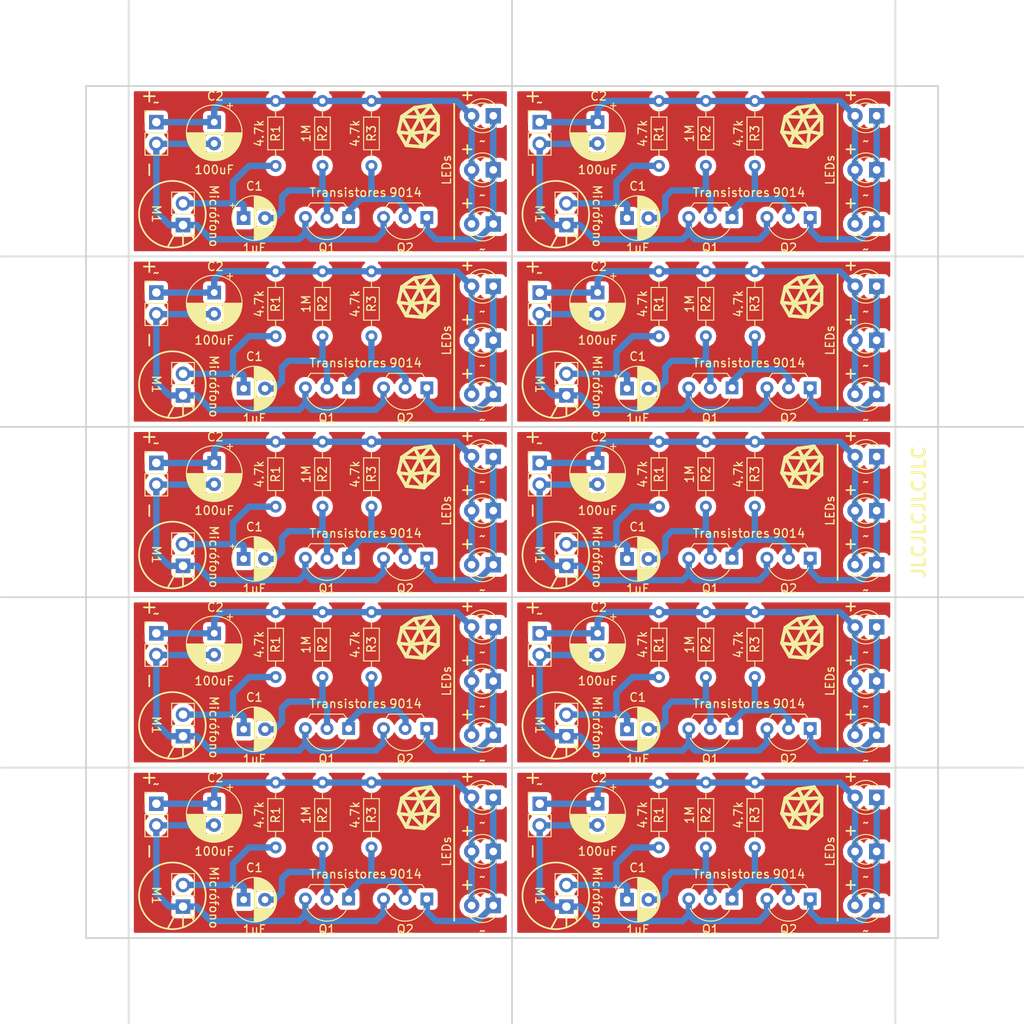
<source format=kicad_pcb>
(kicad_pcb (version 20171130) (host pcbnew "(5.0.2)-1")
  (layers (0 F.Cu signal) (31 B.Cu signal) (37 F.SilkS user) (38 B.Mask user) (39 F.Mask user) (44 Edge.Cuts user))
  (net 0 "")
  (net 1 GNDREF)
  (net 2 VCC)
  (net 3 "Net-(C1-Pad1)")
  (net 4 "Net-(C1-Pad2)")
  (net 5 "Net-(D1-Pad1)")
  (net 6 "Net-(Q1-Pad1)")
  (module LED_THT:LED_D3.0mm (layer F.Cu) (at 172.025 137.74 180)
    (fp_text reference ~ (at 1.27 -2.96 180) (layer F.SilkS))
    (fp_text value ~)
    (pad 1 thru_hole rect (at 0 0 180) (size 1.8 1.8) (drill 0.9) (layers *.Cu *.Mask))
    (pad 2 thru_hole circle (at 2.54 0 180) (size 1.8 1.8) (drill 0.9) (layers *.Cu *.Mask))
  )
  (module Capacitor_THT:CP_Radial_D6.3mm_P2.50mm (layer F.Cu) (at 139.27 125.79 270)
    (fp_text reference C2 (at -3.048 -0.127) (layer F.SilkS))
    (fp_text value 100uF (at 5.588 0) (layer F.SilkS))
    (pad 1 thru_hole rect (at 0 0 270) (size 1.6 1.6) (drill 0.8) (layers *.Cu *.Mask))
    (pad 2 thru_hole circle (at 2.5 0 270) (size 1.6 1.6) (drill 0.8) (layers *.Cu *.Mask))
  )
  (module LED_THT:LED_D3.0mm (layer F.Cu) (at 172.025 125.04 180)
    (fp_text reference ~ (at 1.27 -2.96 180) (layer F.SilkS))
    (fp_text value LEDs (at 5.477 -6.35 270) (layer F.SilkS))
    (pad 1 thru_hole rect (at 0 0 180) (size 1.8 1.8) (drill 0.9) (layers *.Cu *.Mask))
    (pad 2 thru_hole circle (at 2.54 0 180) (size 1.8 1.8) (drill 0.9) (layers *.Cu *.Mask))
  )
  (module Package_TO_SOT_THT:TO-92L_Inline_Wide (layer F.Cu) (at 155.05 136.97 180)
    (fp_text reference Q1 (at 2.54 -3.56 180) (layer F.SilkS))
    (fp_text value Transistores (at 0.075 2.921 180) (layer F.SilkS))
    (pad 2 thru_hole circle (at 2.54 0 270) (size 1.5 1.5) (drill 0.8) (layers *.Cu *.Mask))
    (pad 3 thru_hole circle (at 5.08 0 270) (size 1.5 1.5) (drill 0.8) (layers *.Cu *.Mask))
    (pad 1 thru_hole rect (at 0 0 270) (size 1.5 1.5) (drill 0.8) (layers *.Cu *.Mask))
  )
  (module Connector_PinHeader_2.54mm:PinHeader_1x02_P2.54mm_Vertical (layer F.Cu) (at 132.475 125.79)
    (fp_text reference ~ (at 0 -2.33) (layer F.SilkS))
    (fp_text value ~ hide)
    (pad 2 thru_hole oval (at 0 2.54) (size 1.7 1.7) (drill 1) (layers *.Cu *.Mask))
    (pad 1 thru_hole rect (at 0 0) (size 1.7 1.7) (drill 1) (layers *.Cu *.Mask))
  )
  (module Capacitor_THT:CP_Radial_D5.0mm_P2.50mm (layer F.Cu) (at 142.725 137.05)
    (fp_text reference C1 (at 1.25 -3.75 180) (layer F.SilkS))
    (fp_text value 1uF (at 1.25 3.5 180) (layer F.SilkS))
    (pad 1 thru_hole rect (at 0 0) (size 1.6 1.6) (drill 0.8) (layers *.Cu *.Mask))
    (pad 2 thru_hole circle (at 2.5 0) (size 1.6 1.6) (drill 0.8) (layers *.Cu *.Mask))
  )
  (module Resistor_THT:R_Axial_DIN0204_L3.6mm_D1.6mm_P7.62mm_Horizontal (layer F.Cu) (at 146.475 123.3 270)
    (fp_text reference R1 (at 3.81 0 270) (layer F.SilkS))
    (fp_text value 4.7k (at 3.81 1.92 270) (layer F.SilkS))
    (pad 1 thru_hole circle (at 0 0 270) (size 1.4 1.4) (drill 0.7) (layers *.Cu *.Mask))
    (pad 2 thru_hole oval (at 7.62 0 270) (size 1.4 1.4) (drill 0.7) (layers *.Cu *.Mask))
  )
  (module LED_THT:LED_D3.0mm (layer F.Cu) (at 172.025 131.39 180)
    (fp_text reference ~ (at 1.27 -2.96 180) (layer F.SilkS))
    (fp_text value ~)
    (pad 2 thru_hole circle (at 2.54 0 180) (size 1.8 1.8) (drill 0.9) (layers *.Cu *.Mask))
    (pad 1 thru_hole rect (at 0 0 180) (size 1.8 1.8) (drill 0.9) (layers *.Cu *.Mask))
  )
  (module Connector_PinHeader_2.54mm:PinHeader_1x02_P2.54mm_Vertical (layer F.Cu) (at 135.607 137.867 180)
    (fp_text reference M1 (at 3.132 1.317 270 unlocked) (layer F.SilkS))
    (fp_text value Micrófono (at -3.618 1.067 270 unlocked) (layer F.SilkS))
    (pad 1 thru_hole rect (at 0 0 180) (size 1.7 1.7) (drill 1) (layers *.Cu *.Mask))
    (pad 2 thru_hole oval (at 0 2.54 180) (size 1.7 1.7) (drill 1) (layers *.Cu *.Mask))
  )
  (module Resistor_THT:R_Axial_DIN0204_L3.6mm_D1.6mm_P7.62mm_Horizontal (layer F.Cu) (at 157.725 123.3 270)
    (fp_text reference R3 (at 3.81 0 270) (layer F.SilkS))
    (fp_text value 4.7k (at 3.81 1.92 270) (layer F.SilkS))
    (pad 2 thru_hole oval (at 7.62 0 270) (size 1.4 1.4) (drill 0.7) (layers *.Cu *.Mask))
    (pad 1 thru_hole circle (at 0 0 270) (size 1.4 1.4) (drill 0.7) (layers *.Cu *.Mask))
  )
  (module Package_TO_SOT_THT:TO-92L_Inline_Wide (layer F.Cu) (at 110.05 136.97 180)
    (fp_text reference Q1 (at 2.54 -3.56 180) (layer F.SilkS))
    (fp_text value Transistores (at 0.075 2.921 180) (layer F.SilkS))
    (pad 1 thru_hole rect (at 0 0 270) (size 1.5 1.5) (drill 0.8) (layers *.Cu *.Mask))
    (pad 3 thru_hole circle (at 5.08 0 270) (size 1.5 1.5) (drill 0.8) (layers *.Cu *.Mask))
    (pad 2 thru_hole circle (at 2.54 0 270) (size 1.5 1.5) (drill 0.8) (layers *.Cu *.Mask))
  )
  (module Capacitor_THT:CP_Radial_D6.3mm_P2.50mm (layer F.Cu) (at 94.27 125.79 270)
    (fp_text reference C2 (at -3.048 -0.127) (layer F.SilkS))
    (fp_text value 100uF (at 5.588 0) (layer F.SilkS))
    (pad 2 thru_hole circle (at 2.5 0 270) (size 1.6 1.6) (drill 0.8) (layers *.Cu *.Mask))
    (pad 1 thru_hole rect (at 0 0 270) (size 1.6 1.6) (drill 0.8) (layers *.Cu *.Mask))
  )
  (module Connector_PinHeader_2.54mm:PinHeader_1x02_P2.54mm_Vertical (layer F.Cu) (at 87.475 125.79)
    (fp_text reference ~ (at 0 -2.33) (layer F.SilkS))
    (fp_text value ~ hide)
    (pad 1 thru_hole rect (at 0 0) (size 1.7 1.7) (drill 1) (layers *.Cu *.Mask))
    (pad 2 thru_hole oval (at 0 2.54) (size 1.7 1.7) (drill 1) (layers *.Cu *.Mask))
  )
  (module Resistor_THT:R_Axial_DIN0204_L3.6mm_D1.6mm_P7.62mm_Horizontal (layer F.Cu) (at 101.475 123.3 270)
    (fp_text reference R1 (at 3.81 0 270) (layer F.SilkS))
    (fp_text value 4.7k (at 3.81 1.92 270) (layer F.SilkS))
    (pad 2 thru_hole oval (at 7.62 0 270) (size 1.4 1.4) (drill 0.7) (layers *.Cu *.Mask))
    (pad 1 thru_hole circle (at 0 0 270) (size 1.4 1.4) (drill 0.7) (layers *.Cu *.Mask))
  )
  (module Connector_PinHeader_2.54mm:PinHeader_1x02_P2.54mm_Vertical (layer F.Cu) (at 90.607 137.867 180)
    (fp_text reference M1 (at 3.132 1.317 270 unlocked) (layer F.SilkS))
    (fp_text value Micrófono (at -3.618 1.067 270 unlocked) (layer F.SilkS))
    (pad 2 thru_hole oval (at 0 2.54 180) (size 1.7 1.7) (drill 1) (layers *.Cu *.Mask))
    (pad 1 thru_hole rect (at 0 0 180) (size 1.7 1.7) (drill 1) (layers *.Cu *.Mask))
  )
  (module LED_THT:LED_D3.0mm (layer F.Cu) (at 127.025 125.04 180)
    (fp_text reference ~ (at 1.27 -2.96 180) (layer F.SilkS))
    (fp_text value LEDs (at 5.477 -6.35 270) (layer F.SilkS))
    (pad 2 thru_hole circle (at 2.54 0 180) (size 1.8 1.8) (drill 0.9) (layers *.Cu *.Mask))
    (pad 1 thru_hole rect (at 0 0 180) (size 1.8 1.8) (drill 0.9) (layers *.Cu *.Mask))
  )
  (module LED_THT:LED_D3.0mm (layer F.Cu) (at 127.025 131.39 180)
    (fp_text reference ~ (at 1.27 -2.96 180) (layer F.SilkS))
    (fp_text value ~)
    (pad 1 thru_hole rect (at 0 0 180) (size 1.8 1.8) (drill 0.9) (layers *.Cu *.Mask))
    (pad 2 thru_hole circle (at 2.54 0 180) (size 1.8 1.8) (drill 0.9) (layers *.Cu *.Mask))
  )
  (module LED_THT:LED_D3.0mm (layer F.Cu) (at 127.025 137.74 180)
    (fp_text reference ~ (at 1.27 -2.96 180) (layer F.SilkS))
    (fp_text value ~)
    (pad 2 thru_hole circle (at 2.54 0 180) (size 1.8 1.8) (drill 0.9) (layers *.Cu *.Mask))
    (pad 1 thru_hole rect (at 0 0 180) (size 1.8 1.8) (drill 0.9) (layers *.Cu *.Mask))
  )
  (module Capacitor_THT:CP_Radial_D5.0mm_P2.50mm (layer F.Cu) (at 97.725 137.05)
    (fp_text reference C1 (at 1.25 -3.75 180) (layer F.SilkS))
    (fp_text value 1uF (at 1.25 3.5 180) (layer F.SilkS))
    (pad 2 thru_hole circle (at 2.5 0) (size 1.6 1.6) (drill 0.8) (layers *.Cu *.Mask))
    (pad 1 thru_hole rect (at 0 0) (size 1.6 1.6) (drill 0.8) (layers *.Cu *.Mask))
  )
  (module Resistor_THT:R_Axial_DIN0204_L3.6mm_D1.6mm_P7.62mm_Horizontal (layer F.Cu) (at 151.975 123.3 270)
    (fp_text reference R2 (at 3.81 0 270) (layer F.SilkS))
    (fp_text value 1M (at 3.81 1.92 270) (layer F.SilkS))
    (pad 1 thru_hole circle (at 0 0 270) (size 1.4 1.4) (drill 0.7) (layers *.Cu *.Mask))
    (pad 2 thru_hole oval (at 7.62 0 270) (size 1.4 1.4) (drill 0.7) (layers *.Cu *.Mask))
  )
  (module Package_TO_SOT_THT:TO-92L_Inline_Wide (layer F.Cu) (at 164.225 136.97 180)
    (fp_text reference Q2 (at 2.54 -3.56 180) (layer F.SilkS))
    (fp_text value 9014 (at 2.5 2.92 180) (layer F.SilkS))
    (pad 1 thru_hole rect (at 0 0 270) (size 1.5 1.5) (drill 0.8) (layers *.Cu *.Mask))
    (pad 3 thru_hole circle (at 5.08 0 270) (size 1.5 1.5) (drill 0.8) (layers *.Cu *.Mask))
    (pad 2 thru_hole circle (at 2.54 0 270) (size 1.5 1.5) (drill 0.8) (layers *.Cu *.Mask))
  )
  (module Resistor_THT:R_Axial_DIN0204_L3.6mm_D1.6mm_P7.62mm_Horizontal (layer F.Cu) (at 112.725 123.3 270)
    (fp_text reference R3 (at 3.81 0 270) (layer F.SilkS))
    (fp_text value 4.7k (at 3.81 1.92 270) (layer F.SilkS))
    (pad 1 thru_hole circle (at 0 0 270) (size 1.4 1.4) (drill 0.7) (layers *.Cu *.Mask))
    (pad 2 thru_hole oval (at 7.62 0 270) (size 1.4 1.4) (drill 0.7) (layers *.Cu *.Mask))
  )
  (module Resistor_THT:R_Axial_DIN0204_L3.6mm_D1.6mm_P7.62mm_Horizontal (layer F.Cu) (at 106.975 123.3 270)
    (fp_text reference R2 (at 3.81 0 270) (layer F.SilkS))
    (fp_text value 1M (at 3.81 1.92 270) (layer F.SilkS))
    (pad 2 thru_hole oval (at 7.62 0 270) (size 1.4 1.4) (drill 0.7) (layers *.Cu *.Mask))
    (pad 1 thru_hole circle (at 0 0 270) (size 1.4 1.4) (drill 0.7) (layers *.Cu *.Mask))
  )
  (module Package_TO_SOT_THT:TO-92L_Inline_Wide (layer F.Cu) (at 119.225 136.97 180)
    (fp_text reference Q2 (at 2.54 -3.56 180) (layer F.SilkS))
    (fp_text value 9014 (at 2.5 2.92 180) (layer F.SilkS))
    (pad 2 thru_hole circle (at 2.54 0 270) (size 1.5 1.5) (drill 0.8) (layers *.Cu *.Mask))
    (pad 3 thru_hole circle (at 5.08 0 270) (size 1.5 1.5) (drill 0.8) (layers *.Cu *.Mask))
    (pad 1 thru_hole rect (at 0 0 270) (size 1.5 1.5) (drill 0.8) (layers *.Cu *.Mask))
  )
  (module LED_THT:LED_D3.0mm (layer F.Cu) (at 172.025 117.74 180)
    (fp_text reference ~ (at 1.27 -2.96 180) (layer F.SilkS))
    (fp_text value ~)
    (pad 1 thru_hole rect (at 0 0 180) (size 1.8 1.8) (drill 0.9) (layers *.Cu *.Mask))
    (pad 2 thru_hole circle (at 2.54 0 180) (size 1.8 1.8) (drill 0.9) (layers *.Cu *.Mask))
  )
  (module Capacitor_THT:CP_Radial_D6.3mm_P2.50mm (layer F.Cu) (at 139.27 105.79 270)
    (fp_text reference C2 (at -3.048 -0.127) (layer F.SilkS))
    (fp_text value 100uF (at 5.588 0) (layer F.SilkS))
    (pad 1 thru_hole rect (at 0 0 270) (size 1.6 1.6) (drill 0.8) (layers *.Cu *.Mask))
    (pad 2 thru_hole circle (at 2.5 0 270) (size 1.6 1.6) (drill 0.8) (layers *.Cu *.Mask))
  )
  (module LED_THT:LED_D3.0mm (layer F.Cu) (at 172.025 105.04 180)
    (fp_text reference ~ (at 1.27 -2.96 180) (layer F.SilkS))
    (fp_text value LEDs (at 5.477 -6.35 270) (layer F.SilkS))
    (pad 1 thru_hole rect (at 0 0 180) (size 1.8 1.8) (drill 0.9) (layers *.Cu *.Mask))
    (pad 2 thru_hole circle (at 2.54 0 180) (size 1.8 1.8) (drill 0.9) (layers *.Cu *.Mask))
  )
  (module Package_TO_SOT_THT:TO-92L_Inline_Wide (layer F.Cu) (at 155.05 116.97 180)
    (fp_text reference Q1 (at 2.54 -3.56 180) (layer F.SilkS))
    (fp_text value Transistores (at 0.075 2.921 180) (layer F.SilkS))
    (pad 2 thru_hole circle (at 2.54 0 270) (size 1.5 1.5) (drill 0.8) (layers *.Cu *.Mask))
    (pad 3 thru_hole circle (at 5.08 0 270) (size 1.5 1.5) (drill 0.8) (layers *.Cu *.Mask))
    (pad 1 thru_hole rect (at 0 0 270) (size 1.5 1.5) (drill 0.8) (layers *.Cu *.Mask))
  )
  (module Connector_PinHeader_2.54mm:PinHeader_1x02_P2.54mm_Vertical (layer F.Cu) (at 132.475 105.79)
    (fp_text reference ~ (at 0 -2.33) (layer F.SilkS))
    (fp_text value ~ hide)
    (pad 2 thru_hole oval (at 0 2.54) (size 1.7 1.7) (drill 1) (layers *.Cu *.Mask))
    (pad 1 thru_hole rect (at 0 0) (size 1.7 1.7) (drill 1) (layers *.Cu *.Mask))
  )
  (module Capacitor_THT:CP_Radial_D5.0mm_P2.50mm (layer F.Cu) (at 142.725 117.05)
    (fp_text reference C1 (at 1.25 -3.75 180) (layer F.SilkS))
    (fp_text value 1uF (at 1.25 3.5 180) (layer F.SilkS))
    (pad 1 thru_hole rect (at 0 0) (size 1.6 1.6) (drill 0.8) (layers *.Cu *.Mask))
    (pad 2 thru_hole circle (at 2.5 0) (size 1.6 1.6) (drill 0.8) (layers *.Cu *.Mask))
  )
  (module Resistor_THT:R_Axial_DIN0204_L3.6mm_D1.6mm_P7.62mm_Horizontal (layer F.Cu) (at 146.475 103.3 270)
    (fp_text reference R1 (at 3.81 0 270) (layer F.SilkS))
    (fp_text value 4.7k (at 3.81 1.92 270) (layer F.SilkS))
    (pad 1 thru_hole circle (at 0 0 270) (size 1.4 1.4) (drill 0.7) (layers *.Cu *.Mask))
    (pad 2 thru_hole oval (at 7.62 0 270) (size 1.4 1.4) (drill 0.7) (layers *.Cu *.Mask))
  )
  (module LED_THT:LED_D3.0mm (layer F.Cu) (at 172.025 111.39 180)
    (fp_text reference ~ (at 1.27 -2.96 180) (layer F.SilkS))
    (fp_text value ~)
    (pad 2 thru_hole circle (at 2.54 0 180) (size 1.8 1.8) (drill 0.9) (layers *.Cu *.Mask))
    (pad 1 thru_hole rect (at 0 0 180) (size 1.8 1.8) (drill 0.9) (layers *.Cu *.Mask))
  )
  (module Connector_PinHeader_2.54mm:PinHeader_1x02_P2.54mm_Vertical (layer F.Cu) (at 135.607 117.867 180)
    (fp_text reference M1 (at 3.132 1.317 270 unlocked) (layer F.SilkS))
    (fp_text value Micrófono (at -3.618 1.067 270 unlocked) (layer F.SilkS))
    (pad 1 thru_hole rect (at 0 0 180) (size 1.7 1.7) (drill 1) (layers *.Cu *.Mask))
    (pad 2 thru_hole oval (at 0 2.54 180) (size 1.7 1.7) (drill 1) (layers *.Cu *.Mask))
  )
  (module Resistor_THT:R_Axial_DIN0204_L3.6mm_D1.6mm_P7.62mm_Horizontal (layer F.Cu) (at 157.725 103.3 270)
    (fp_text reference R3 (at 3.81 0 270) (layer F.SilkS))
    (fp_text value 4.7k (at 3.81 1.92 270) (layer F.SilkS))
    (pad 2 thru_hole oval (at 7.62 0 270) (size 1.4 1.4) (drill 0.7) (layers *.Cu *.Mask))
    (pad 1 thru_hole circle (at 0 0 270) (size 1.4 1.4) (drill 0.7) (layers *.Cu *.Mask))
  )
  (module Package_TO_SOT_THT:TO-92L_Inline_Wide (layer F.Cu) (at 110.05 116.97 180)
    (fp_text reference Q1 (at 2.54 -3.56 180) (layer F.SilkS))
    (fp_text value Transistores (at 0.075 2.921 180) (layer F.SilkS))
    (pad 1 thru_hole rect (at 0 0 270) (size 1.5 1.5) (drill 0.8) (layers *.Cu *.Mask))
    (pad 3 thru_hole circle (at 5.08 0 270) (size 1.5 1.5) (drill 0.8) (layers *.Cu *.Mask))
    (pad 2 thru_hole circle (at 2.54 0 270) (size 1.5 1.5) (drill 0.8) (layers *.Cu *.Mask))
  )
  (module Capacitor_THT:CP_Radial_D6.3mm_P2.50mm (layer F.Cu) (at 94.27 105.79 270)
    (fp_text reference C2 (at -3.048 -0.127) (layer F.SilkS))
    (fp_text value 100uF (at 5.588 0) (layer F.SilkS))
    (pad 2 thru_hole circle (at 2.5 0 270) (size 1.6 1.6) (drill 0.8) (layers *.Cu *.Mask))
    (pad 1 thru_hole rect (at 0 0 270) (size 1.6 1.6) (drill 0.8) (layers *.Cu *.Mask))
  )
  (module Connector_PinHeader_2.54mm:PinHeader_1x02_P2.54mm_Vertical (layer F.Cu) (at 87.475 105.79)
    (fp_text reference ~ (at 0 -2.33) (layer F.SilkS))
    (fp_text value ~ hide)
    (pad 1 thru_hole rect (at 0 0) (size 1.7 1.7) (drill 1) (layers *.Cu *.Mask))
    (pad 2 thru_hole oval (at 0 2.54) (size 1.7 1.7) (drill 1) (layers *.Cu *.Mask))
  )
  (module Resistor_THT:R_Axial_DIN0204_L3.6mm_D1.6mm_P7.62mm_Horizontal (layer F.Cu) (at 101.475 103.3 270)
    (fp_text reference R1 (at 3.81 0 270) (layer F.SilkS))
    (fp_text value 4.7k (at 3.81 1.92 270) (layer F.SilkS))
    (pad 2 thru_hole oval (at 7.62 0 270) (size 1.4 1.4) (drill 0.7) (layers *.Cu *.Mask))
    (pad 1 thru_hole circle (at 0 0 270) (size 1.4 1.4) (drill 0.7) (layers *.Cu *.Mask))
  )
  (module Connector_PinHeader_2.54mm:PinHeader_1x02_P2.54mm_Vertical (layer F.Cu) (at 90.607 117.867 180)
    (fp_text reference M1 (at 3.132 1.317 270 unlocked) (layer F.SilkS))
    (fp_text value Micrófono (at -3.618 1.067 270 unlocked) (layer F.SilkS))
    (pad 2 thru_hole oval (at 0 2.54 180) (size 1.7 1.7) (drill 1) (layers *.Cu *.Mask))
    (pad 1 thru_hole rect (at 0 0 180) (size 1.7 1.7) (drill 1) (layers *.Cu *.Mask))
  )
  (module LED_THT:LED_D3.0mm (layer F.Cu) (at 127.025 105.04 180)
    (fp_text reference ~ (at 1.27 -2.96 180) (layer F.SilkS))
    (fp_text value LEDs (at 5.477 -6.35 270) (layer F.SilkS))
    (pad 2 thru_hole circle (at 2.54 0 180) (size 1.8 1.8) (drill 0.9) (layers *.Cu *.Mask))
    (pad 1 thru_hole rect (at 0 0 180) (size 1.8 1.8) (drill 0.9) (layers *.Cu *.Mask))
  )
  (module LED_THT:LED_D3.0mm (layer F.Cu) (at 127.025 111.39 180)
    (fp_text reference ~ (at 1.27 -2.96 180) (layer F.SilkS))
    (fp_text value ~)
    (pad 1 thru_hole rect (at 0 0 180) (size 1.8 1.8) (drill 0.9) (layers *.Cu *.Mask))
    (pad 2 thru_hole circle (at 2.54 0 180) (size 1.8 1.8) (drill 0.9) (layers *.Cu *.Mask))
  )
  (module LED_THT:LED_D3.0mm (layer F.Cu) (at 127.025 117.74 180)
    (fp_text reference ~ (at 1.27 -2.96 180) (layer F.SilkS))
    (fp_text value ~)
    (pad 2 thru_hole circle (at 2.54 0 180) (size 1.8 1.8) (drill 0.9) (layers *.Cu *.Mask))
    (pad 1 thru_hole rect (at 0 0 180) (size 1.8 1.8) (drill 0.9) (layers *.Cu *.Mask))
  )
  (module Capacitor_THT:CP_Radial_D5.0mm_P2.50mm (layer F.Cu) (at 97.725 117.05)
    (fp_text reference C1 (at 1.25 -3.75 180) (layer F.SilkS))
    (fp_text value 1uF (at 1.25 3.5 180) (layer F.SilkS))
    (pad 2 thru_hole circle (at 2.5 0) (size 1.6 1.6) (drill 0.8) (layers *.Cu *.Mask))
    (pad 1 thru_hole rect (at 0 0) (size 1.6 1.6) (drill 0.8) (layers *.Cu *.Mask))
  )
  (module Resistor_THT:R_Axial_DIN0204_L3.6mm_D1.6mm_P7.62mm_Horizontal (layer F.Cu) (at 151.975 103.3 270)
    (fp_text reference R2 (at 3.81 0 270) (layer F.SilkS))
    (fp_text value 1M (at 3.81 1.92 270) (layer F.SilkS))
    (pad 1 thru_hole circle (at 0 0 270) (size 1.4 1.4) (drill 0.7) (layers *.Cu *.Mask))
    (pad 2 thru_hole oval (at 7.62 0 270) (size 1.4 1.4) (drill 0.7) (layers *.Cu *.Mask))
  )
  (module Package_TO_SOT_THT:TO-92L_Inline_Wide (layer F.Cu) (at 164.225 116.97 180)
    (fp_text reference Q2 (at 2.54 -3.56 180) (layer F.SilkS))
    (fp_text value 9014 (at 2.5 2.92 180) (layer F.SilkS))
    (pad 1 thru_hole rect (at 0 0 270) (size 1.5 1.5) (drill 0.8) (layers *.Cu *.Mask))
    (pad 3 thru_hole circle (at 5.08 0 270) (size 1.5 1.5) (drill 0.8) (layers *.Cu *.Mask))
    (pad 2 thru_hole circle (at 2.54 0 270) (size 1.5 1.5) (drill 0.8) (layers *.Cu *.Mask))
  )
  (module Resistor_THT:R_Axial_DIN0204_L3.6mm_D1.6mm_P7.62mm_Horizontal (layer F.Cu) (at 112.725 103.3 270)
    (fp_text reference R3 (at 3.81 0 270) (layer F.SilkS))
    (fp_text value 4.7k (at 3.81 1.92 270) (layer F.SilkS))
    (pad 1 thru_hole circle (at 0 0 270) (size 1.4 1.4) (drill 0.7) (layers *.Cu *.Mask))
    (pad 2 thru_hole oval (at 7.62 0 270) (size 1.4 1.4) (drill 0.7) (layers *.Cu *.Mask))
  )
  (module Resistor_THT:R_Axial_DIN0204_L3.6mm_D1.6mm_P7.62mm_Horizontal (layer F.Cu) (at 106.975 103.3 270)
    (fp_text reference R2 (at 3.81 0 270) (layer F.SilkS))
    (fp_text value 1M (at 3.81 1.92 270) (layer F.SilkS))
    (pad 2 thru_hole oval (at 7.62 0 270) (size 1.4 1.4) (drill 0.7) (layers *.Cu *.Mask))
    (pad 1 thru_hole circle (at 0 0 270) (size 1.4 1.4) (drill 0.7) (layers *.Cu *.Mask))
  )
  (module Package_TO_SOT_THT:TO-92L_Inline_Wide (layer F.Cu) (at 119.225 116.97 180)
    (fp_text reference Q2 (at 2.54 -3.56 180) (layer F.SilkS))
    (fp_text value 9014 (at 2.5 2.92 180) (layer F.SilkS))
    (pad 2 thru_hole circle (at 2.54 0 270) (size 1.5 1.5) (drill 0.8) (layers *.Cu *.Mask))
    (pad 3 thru_hole circle (at 5.08 0 270) (size 1.5 1.5) (drill 0.8) (layers *.Cu *.Mask))
    (pad 1 thru_hole rect (at 0 0 270) (size 1.5 1.5) (drill 0.8) (layers *.Cu *.Mask))
  )
  (module LED_THT:LED_D3.0mm (layer F.Cu) (at 172.025 97.74 180)
    (fp_text reference ~ (at 1.27 -2.96 180) (layer F.SilkS))
    (fp_text value ~)
    (pad 1 thru_hole rect (at 0 0 180) (size 1.8 1.8) (drill 0.9) (layers *.Cu *.Mask))
    (pad 2 thru_hole circle (at 2.54 0 180) (size 1.8 1.8) (drill 0.9) (layers *.Cu *.Mask))
  )
  (module Capacitor_THT:CP_Radial_D6.3mm_P2.50mm (layer F.Cu) (at 139.27 85.79 270)
    (fp_text reference C2 (at -3.048 -0.127) (layer F.SilkS))
    (fp_text value 100uF (at 5.588 0) (layer F.SilkS))
    (pad 1 thru_hole rect (at 0 0 270) (size 1.6 1.6) (drill 0.8) (layers *.Cu *.Mask))
    (pad 2 thru_hole circle (at 2.5 0 270) (size 1.6 1.6) (drill 0.8) (layers *.Cu *.Mask))
  )
  (module LED_THT:LED_D3.0mm (layer F.Cu) (at 172.025 85.04 180)
    (fp_text reference ~ (at 1.27 -2.96 180) (layer F.SilkS))
    (fp_text value LEDs (at 5.477 -6.35 270) (layer F.SilkS))
    (pad 1 thru_hole rect (at 0 0 180) (size 1.8 1.8) (drill 0.9) (layers *.Cu *.Mask))
    (pad 2 thru_hole circle (at 2.54 0 180) (size 1.8 1.8) (drill 0.9) (layers *.Cu *.Mask))
  )
  (module Package_TO_SOT_THT:TO-92L_Inline_Wide (layer F.Cu) (at 155.05 96.97 180)
    (fp_text reference Q1 (at 2.54 -3.56 180) (layer F.SilkS))
    (fp_text value Transistores (at 0.075 2.921 180) (layer F.SilkS))
    (pad 2 thru_hole circle (at 2.54 0 270) (size 1.5 1.5) (drill 0.8) (layers *.Cu *.Mask))
    (pad 3 thru_hole circle (at 5.08 0 270) (size 1.5 1.5) (drill 0.8) (layers *.Cu *.Mask))
    (pad 1 thru_hole rect (at 0 0 270) (size 1.5 1.5) (drill 0.8) (layers *.Cu *.Mask))
  )
  (module Connector_PinHeader_2.54mm:PinHeader_1x02_P2.54mm_Vertical (layer F.Cu) (at 132.475 85.79)
    (fp_text reference ~ (at 0 -2.33) (layer F.SilkS))
    (fp_text value ~ hide)
    (pad 2 thru_hole oval (at 0 2.54) (size 1.7 1.7) (drill 1) (layers *.Cu *.Mask))
    (pad 1 thru_hole rect (at 0 0) (size 1.7 1.7) (drill 1) (layers *.Cu *.Mask))
  )
  (module Capacitor_THT:CP_Radial_D5.0mm_P2.50mm (layer F.Cu) (at 142.725 97.05)
    (fp_text reference C1 (at 1.25 -3.75 180) (layer F.SilkS))
    (fp_text value 1uF (at 1.25 3.5 180) (layer F.SilkS))
    (pad 1 thru_hole rect (at 0 0) (size 1.6 1.6) (drill 0.8) (layers *.Cu *.Mask))
    (pad 2 thru_hole circle (at 2.5 0) (size 1.6 1.6) (drill 0.8) (layers *.Cu *.Mask))
  )
  (module Resistor_THT:R_Axial_DIN0204_L3.6mm_D1.6mm_P7.62mm_Horizontal (layer F.Cu) (at 146.475 83.3 270)
    (fp_text reference R1 (at 3.81 0 270) (layer F.SilkS))
    (fp_text value 4.7k (at 3.81 1.92 270) (layer F.SilkS))
    (pad 1 thru_hole circle (at 0 0 270) (size 1.4 1.4) (drill 0.7) (layers *.Cu *.Mask))
    (pad 2 thru_hole oval (at 7.62 0 270) (size 1.4 1.4) (drill 0.7) (layers *.Cu *.Mask))
  )
  (module LED_THT:LED_D3.0mm (layer F.Cu) (at 172.025 91.39 180)
    (fp_text reference ~ (at 1.27 -2.96 180) (layer F.SilkS))
    (fp_text value ~)
    (pad 2 thru_hole circle (at 2.54 0 180) (size 1.8 1.8) (drill 0.9) (layers *.Cu *.Mask))
    (pad 1 thru_hole rect (at 0 0 180) (size 1.8 1.8) (drill 0.9) (layers *.Cu *.Mask))
  )
  (module Connector_PinHeader_2.54mm:PinHeader_1x02_P2.54mm_Vertical (layer F.Cu) (at 135.607 97.867 180)
    (fp_text reference M1 (at 3.132 1.317 270 unlocked) (layer F.SilkS))
    (fp_text value Micrófono (at -3.618 1.067 270 unlocked) (layer F.SilkS))
    (pad 1 thru_hole rect (at 0 0 180) (size 1.7 1.7) (drill 1) (layers *.Cu *.Mask))
    (pad 2 thru_hole oval (at 0 2.54 180) (size 1.7 1.7) (drill 1) (layers *.Cu *.Mask))
  )
  (module Resistor_THT:R_Axial_DIN0204_L3.6mm_D1.6mm_P7.62mm_Horizontal (layer F.Cu) (at 157.725 83.3 270)
    (fp_text reference R3 (at 3.81 0 270) (layer F.SilkS))
    (fp_text value 4.7k (at 3.81 1.92 270) (layer F.SilkS))
    (pad 2 thru_hole oval (at 7.62 0 270) (size 1.4 1.4) (drill 0.7) (layers *.Cu *.Mask))
    (pad 1 thru_hole circle (at 0 0 270) (size 1.4 1.4) (drill 0.7) (layers *.Cu *.Mask))
  )
  (module Package_TO_SOT_THT:TO-92L_Inline_Wide (layer F.Cu) (at 110.05 96.97 180)
    (fp_text reference Q1 (at 2.54 -3.56 180) (layer F.SilkS))
    (fp_text value Transistores (at 0.075 2.921 180) (layer F.SilkS))
    (pad 1 thru_hole rect (at 0 0 270) (size 1.5 1.5) (drill 0.8) (layers *.Cu *.Mask))
    (pad 3 thru_hole circle (at 5.08 0 270) (size 1.5 1.5) (drill 0.8) (layers *.Cu *.Mask))
    (pad 2 thru_hole circle (at 2.54 0 270) (size 1.5 1.5) (drill 0.8) (layers *.Cu *.Mask))
  )
  (module Capacitor_THT:CP_Radial_D6.3mm_P2.50mm (layer F.Cu) (at 94.27 85.79 270)
    (fp_text reference C2 (at -3.048 -0.127) (layer F.SilkS))
    (fp_text value 100uF (at 5.588 0) (layer F.SilkS))
    (pad 2 thru_hole circle (at 2.5 0 270) (size 1.6 1.6) (drill 0.8) (layers *.Cu *.Mask))
    (pad 1 thru_hole rect (at 0 0 270) (size 1.6 1.6) (drill 0.8) (layers *.Cu *.Mask))
  )
  (module Connector_PinHeader_2.54mm:PinHeader_1x02_P2.54mm_Vertical (layer F.Cu) (at 87.475 85.79)
    (fp_text reference ~ (at 0 -2.33) (layer F.SilkS))
    (fp_text value ~ hide)
    (pad 1 thru_hole rect (at 0 0) (size 1.7 1.7) (drill 1) (layers *.Cu *.Mask))
    (pad 2 thru_hole oval (at 0 2.54) (size 1.7 1.7) (drill 1) (layers *.Cu *.Mask))
  )
  (module Resistor_THT:R_Axial_DIN0204_L3.6mm_D1.6mm_P7.62mm_Horizontal (layer F.Cu) (at 101.475 83.3 270)
    (fp_text reference R1 (at 3.81 0 270) (layer F.SilkS))
    (fp_text value 4.7k (at 3.81 1.92 270) (layer F.SilkS))
    (pad 2 thru_hole oval (at 7.62 0 270) (size 1.4 1.4) (drill 0.7) (layers *.Cu *.Mask))
    (pad 1 thru_hole circle (at 0 0 270) (size 1.4 1.4) (drill 0.7) (layers *.Cu *.Mask))
  )
  (module Connector_PinHeader_2.54mm:PinHeader_1x02_P2.54mm_Vertical (layer F.Cu) (at 90.607 97.867 180)
    (fp_text reference M1 (at 3.132 1.317 270 unlocked) (layer F.SilkS))
    (fp_text value Micrófono (at -3.618 1.067 270 unlocked) (layer F.SilkS))
    (pad 2 thru_hole oval (at 0 2.54 180) (size 1.7 1.7) (drill 1) (layers *.Cu *.Mask))
    (pad 1 thru_hole rect (at 0 0 180) (size 1.7 1.7) (drill 1) (layers *.Cu *.Mask))
  )
  (module LED_THT:LED_D3.0mm (layer F.Cu) (at 127.025 85.04 180)
    (fp_text reference ~ (at 1.27 -2.96 180) (layer F.SilkS))
    (fp_text value LEDs (at 5.477 -6.35 270) (layer F.SilkS))
    (pad 2 thru_hole circle (at 2.54 0 180) (size 1.8 1.8) (drill 0.9) (layers *.Cu *.Mask))
    (pad 1 thru_hole rect (at 0 0 180) (size 1.8 1.8) (drill 0.9) (layers *.Cu *.Mask))
  )
  (module LED_THT:LED_D3.0mm (layer F.Cu) (at 127.025 91.39 180)
    (fp_text reference ~ (at 1.27 -2.96 180) (layer F.SilkS))
    (fp_text value ~)
    (pad 1 thru_hole rect (at 0 0 180) (size 1.8 1.8) (drill 0.9) (layers *.Cu *.Mask))
    (pad 2 thru_hole circle (at 2.54 0 180) (size 1.8 1.8) (drill 0.9) (layers *.Cu *.Mask))
  )
  (module LED_THT:LED_D3.0mm (layer F.Cu) (at 127.025 97.74 180)
    (fp_text reference ~ (at 1.27 -2.96 180) (layer F.SilkS))
    (fp_text value ~)
    (pad 2 thru_hole circle (at 2.54 0 180) (size 1.8 1.8) (drill 0.9) (layers *.Cu *.Mask))
    (pad 1 thru_hole rect (at 0 0 180) (size 1.8 1.8) (drill 0.9) (layers *.Cu *.Mask))
  )
  (module Capacitor_THT:CP_Radial_D5.0mm_P2.50mm (layer F.Cu) (at 97.725 97.05)
    (fp_text reference C1 (at 1.25 -3.75 180) (layer F.SilkS))
    (fp_text value 1uF (at 1.25 3.5 180) (layer F.SilkS))
    (pad 2 thru_hole circle (at 2.5 0) (size 1.6 1.6) (drill 0.8) (layers *.Cu *.Mask))
    (pad 1 thru_hole rect (at 0 0) (size 1.6 1.6) (drill 0.8) (layers *.Cu *.Mask))
  )
  (module Resistor_THT:R_Axial_DIN0204_L3.6mm_D1.6mm_P7.62mm_Horizontal (layer F.Cu) (at 151.975 83.3 270)
    (fp_text reference R2 (at 3.81 0 270) (layer F.SilkS))
    (fp_text value 1M (at 3.81 1.92 270) (layer F.SilkS))
    (pad 1 thru_hole circle (at 0 0 270) (size 1.4 1.4) (drill 0.7) (layers *.Cu *.Mask))
    (pad 2 thru_hole oval (at 7.62 0 270) (size 1.4 1.4) (drill 0.7) (layers *.Cu *.Mask))
  )
  (module Package_TO_SOT_THT:TO-92L_Inline_Wide (layer F.Cu) (at 164.225 96.97 180)
    (fp_text reference Q2 (at 2.54 -3.56 180) (layer F.SilkS))
    (fp_text value 9014 (at 2.5 2.92 180) (layer F.SilkS))
    (pad 1 thru_hole rect (at 0 0 270) (size 1.5 1.5) (drill 0.8) (layers *.Cu *.Mask))
    (pad 3 thru_hole circle (at 5.08 0 270) (size 1.5 1.5) (drill 0.8) (layers *.Cu *.Mask))
    (pad 2 thru_hole circle (at 2.54 0 270) (size 1.5 1.5) (drill 0.8) (layers *.Cu *.Mask))
  )
  (module Resistor_THT:R_Axial_DIN0204_L3.6mm_D1.6mm_P7.62mm_Horizontal (layer F.Cu) (at 112.725 83.3 270)
    (fp_text reference R3 (at 3.81 0 270) (layer F.SilkS))
    (fp_text value 4.7k (at 3.81 1.92 270) (layer F.SilkS))
    (pad 1 thru_hole circle (at 0 0 270) (size 1.4 1.4) (drill 0.7) (layers *.Cu *.Mask))
    (pad 2 thru_hole oval (at 7.62 0 270) (size 1.4 1.4) (drill 0.7) (layers *.Cu *.Mask))
  )
  (module Resistor_THT:R_Axial_DIN0204_L3.6mm_D1.6mm_P7.62mm_Horizontal (layer F.Cu) (at 106.975 83.3 270)
    (fp_text reference R2 (at 3.81 0 270) (layer F.SilkS))
    (fp_text value 1M (at 3.81 1.92 270) (layer F.SilkS))
    (pad 2 thru_hole oval (at 7.62 0 270) (size 1.4 1.4) (drill 0.7) (layers *.Cu *.Mask))
    (pad 1 thru_hole circle (at 0 0 270) (size 1.4 1.4) (drill 0.7) (layers *.Cu *.Mask))
  )
  (module Package_TO_SOT_THT:TO-92L_Inline_Wide (layer F.Cu) (at 119.225 96.97 180)
    (fp_text reference Q2 (at 2.54 -3.56 180) (layer F.SilkS))
    (fp_text value 9014 (at 2.5 2.92 180) (layer F.SilkS))
    (pad 2 thru_hole circle (at 2.54 0 270) (size 1.5 1.5) (drill 0.8) (layers *.Cu *.Mask))
    (pad 3 thru_hole circle (at 5.08 0 270) (size 1.5 1.5) (drill 0.8) (layers *.Cu *.Mask))
    (pad 1 thru_hole rect (at 0 0 270) (size 1.5 1.5) (drill 0.8) (layers *.Cu *.Mask))
  )
  (module LED_THT:LED_D3.0mm (layer F.Cu) (at 172.025 77.74 180)
    (fp_text reference ~ (at 1.27 -2.96 180) (layer F.SilkS))
    (fp_text value ~)
    (pad 1 thru_hole rect (at 0 0 180) (size 1.8 1.8) (drill 0.9) (layers *.Cu *.Mask))
    (pad 2 thru_hole circle (at 2.54 0 180) (size 1.8 1.8) (drill 0.9) (layers *.Cu *.Mask))
  )
  (module Capacitor_THT:CP_Radial_D6.3mm_P2.50mm (layer F.Cu) (at 139.27 65.79 270)
    (fp_text reference C2 (at -3.048 -0.127) (layer F.SilkS))
    (fp_text value 100uF (at 5.588 0) (layer F.SilkS))
    (pad 1 thru_hole rect (at 0 0 270) (size 1.6 1.6) (drill 0.8) (layers *.Cu *.Mask))
    (pad 2 thru_hole circle (at 2.5 0 270) (size 1.6 1.6) (drill 0.8) (layers *.Cu *.Mask))
  )
  (module LED_THT:LED_D3.0mm (layer F.Cu) (at 172.025 65.04 180)
    (fp_text reference ~ (at 1.27 -2.96 180) (layer F.SilkS))
    (fp_text value LEDs (at 5.477 -6.35 270) (layer F.SilkS))
    (pad 1 thru_hole rect (at 0 0 180) (size 1.8 1.8) (drill 0.9) (layers *.Cu *.Mask))
    (pad 2 thru_hole circle (at 2.54 0 180) (size 1.8 1.8) (drill 0.9) (layers *.Cu *.Mask))
  )
  (module Package_TO_SOT_THT:TO-92L_Inline_Wide (layer F.Cu) (at 155.05 76.97 180)
    (fp_text reference Q1 (at 2.54 -3.56 180) (layer F.SilkS))
    (fp_text value Transistores (at 0.075 2.921 180) (layer F.SilkS))
    (pad 2 thru_hole circle (at 2.54 0 270) (size 1.5 1.5) (drill 0.8) (layers *.Cu *.Mask))
    (pad 3 thru_hole circle (at 5.08 0 270) (size 1.5 1.5) (drill 0.8) (layers *.Cu *.Mask))
    (pad 1 thru_hole rect (at 0 0 270) (size 1.5 1.5) (drill 0.8) (layers *.Cu *.Mask))
  )
  (module Connector_PinHeader_2.54mm:PinHeader_1x02_P2.54mm_Vertical (layer F.Cu) (at 132.475 65.79)
    (fp_text reference ~ (at 0 -2.33) (layer F.SilkS))
    (fp_text value ~ hide)
    (pad 2 thru_hole oval (at 0 2.54) (size 1.7 1.7) (drill 1) (layers *.Cu *.Mask))
    (pad 1 thru_hole rect (at 0 0) (size 1.7 1.7) (drill 1) (layers *.Cu *.Mask))
  )
  (module Capacitor_THT:CP_Radial_D5.0mm_P2.50mm (layer F.Cu) (at 142.725 77.05)
    (fp_text reference C1 (at 1.25 -3.75 180) (layer F.SilkS))
    (fp_text value 1uF (at 1.25 3.5 180) (layer F.SilkS))
    (pad 1 thru_hole rect (at 0 0) (size 1.6 1.6) (drill 0.8) (layers *.Cu *.Mask))
    (pad 2 thru_hole circle (at 2.5 0) (size 1.6 1.6) (drill 0.8) (layers *.Cu *.Mask))
  )
  (module Resistor_THT:R_Axial_DIN0204_L3.6mm_D1.6mm_P7.62mm_Horizontal (layer F.Cu) (at 146.475 63.3 270)
    (fp_text reference R1 (at 3.81 0 270) (layer F.SilkS))
    (fp_text value 4.7k (at 3.81 1.92 270) (layer F.SilkS))
    (pad 1 thru_hole circle (at 0 0 270) (size 1.4 1.4) (drill 0.7) (layers *.Cu *.Mask))
    (pad 2 thru_hole oval (at 7.62 0 270) (size 1.4 1.4) (drill 0.7) (layers *.Cu *.Mask))
  )
  (module LED_THT:LED_D3.0mm (layer F.Cu) (at 172.025 71.39 180)
    (fp_text reference ~ (at 1.27 -2.96 180) (layer F.SilkS))
    (fp_text value ~)
    (pad 2 thru_hole circle (at 2.54 0 180) (size 1.8 1.8) (drill 0.9) (layers *.Cu *.Mask))
    (pad 1 thru_hole rect (at 0 0 180) (size 1.8 1.8) (drill 0.9) (layers *.Cu *.Mask))
  )
  (module Connector_PinHeader_2.54mm:PinHeader_1x02_P2.54mm_Vertical (layer F.Cu) (at 135.607 77.867 180)
    (fp_text reference M1 (at 3.132 1.317 270 unlocked) (layer F.SilkS))
    (fp_text value Micrófono (at -3.618 1.067 270 unlocked) (layer F.SilkS))
    (pad 1 thru_hole rect (at 0 0 180) (size 1.7 1.7) (drill 1) (layers *.Cu *.Mask))
    (pad 2 thru_hole oval (at 0 2.54 180) (size 1.7 1.7) (drill 1) (layers *.Cu *.Mask))
  )
  (module Resistor_THT:R_Axial_DIN0204_L3.6mm_D1.6mm_P7.62mm_Horizontal (layer F.Cu) (at 157.725 63.3 270)
    (fp_text reference R3 (at 3.81 0 270) (layer F.SilkS))
    (fp_text value 4.7k (at 3.81 1.92 270) (layer F.SilkS))
    (pad 2 thru_hole oval (at 7.62 0 270) (size 1.4 1.4) (drill 0.7) (layers *.Cu *.Mask))
    (pad 1 thru_hole circle (at 0 0 270) (size 1.4 1.4) (drill 0.7) (layers *.Cu *.Mask))
  )
  (module Package_TO_SOT_THT:TO-92L_Inline_Wide (layer F.Cu) (at 110.05 76.97 180)
    (fp_text reference Q1 (at 2.54 -3.56 180) (layer F.SilkS))
    (fp_text value Transistores (at 0.075 2.921 180) (layer F.SilkS))
    (pad 1 thru_hole rect (at 0 0 270) (size 1.5 1.5) (drill 0.8) (layers *.Cu *.Mask))
    (pad 3 thru_hole circle (at 5.08 0 270) (size 1.5 1.5) (drill 0.8) (layers *.Cu *.Mask))
    (pad 2 thru_hole circle (at 2.54 0 270) (size 1.5 1.5) (drill 0.8) (layers *.Cu *.Mask))
  )
  (module Capacitor_THT:CP_Radial_D6.3mm_P2.50mm (layer F.Cu) (at 94.27 65.79 270)
    (fp_text reference C2 (at -3.048 -0.127) (layer F.SilkS))
    (fp_text value 100uF (at 5.588 0) (layer F.SilkS))
    (pad 2 thru_hole circle (at 2.5 0 270) (size 1.6 1.6) (drill 0.8) (layers *.Cu *.Mask))
    (pad 1 thru_hole rect (at 0 0 270) (size 1.6 1.6) (drill 0.8) (layers *.Cu *.Mask))
  )
  (module Connector_PinHeader_2.54mm:PinHeader_1x02_P2.54mm_Vertical (layer F.Cu) (at 87.475 65.79)
    (fp_text reference ~ (at 0 -2.33) (layer F.SilkS))
    (fp_text value ~ hide)
    (pad 1 thru_hole rect (at 0 0) (size 1.7 1.7) (drill 1) (layers *.Cu *.Mask))
    (pad 2 thru_hole oval (at 0 2.54) (size 1.7 1.7) (drill 1) (layers *.Cu *.Mask))
  )
  (module Resistor_THT:R_Axial_DIN0204_L3.6mm_D1.6mm_P7.62mm_Horizontal (layer F.Cu) (at 101.475 63.3 270)
    (fp_text reference R1 (at 3.81 0 270) (layer F.SilkS))
    (fp_text value 4.7k (at 3.81 1.92 270) (layer F.SilkS))
    (pad 2 thru_hole oval (at 7.62 0 270) (size 1.4 1.4) (drill 0.7) (layers *.Cu *.Mask))
    (pad 1 thru_hole circle (at 0 0 270) (size 1.4 1.4) (drill 0.7) (layers *.Cu *.Mask))
  )
  (module Connector_PinHeader_2.54mm:PinHeader_1x02_P2.54mm_Vertical (layer F.Cu) (at 90.607 77.867 180)
    (fp_text reference M1 (at 3.132 1.317 270 unlocked) (layer F.SilkS))
    (fp_text value Micrófono (at -3.618 1.067 270 unlocked) (layer F.SilkS))
    (pad 2 thru_hole oval (at 0 2.54 180) (size 1.7 1.7) (drill 1) (layers *.Cu *.Mask))
    (pad 1 thru_hole rect (at 0 0 180) (size 1.7 1.7) (drill 1) (layers *.Cu *.Mask))
  )
  (module LED_THT:LED_D3.0mm (layer F.Cu) (at 127.025 65.04 180)
    (fp_text reference ~ (at 1.27 -2.96 180) (layer F.SilkS))
    (fp_text value LEDs (at 5.477 -6.35 270) (layer F.SilkS))
    (pad 2 thru_hole circle (at 2.54 0 180) (size 1.8 1.8) (drill 0.9) (layers *.Cu *.Mask))
    (pad 1 thru_hole rect (at 0 0 180) (size 1.8 1.8) (drill 0.9) (layers *.Cu *.Mask))
  )
  (module LED_THT:LED_D3.0mm (layer F.Cu) (at 127.025 71.39 180)
    (fp_text reference ~ (at 1.27 -2.96 180) (layer F.SilkS))
    (fp_text value ~)
    (pad 1 thru_hole rect (at 0 0 180) (size 1.8 1.8) (drill 0.9) (layers *.Cu *.Mask))
    (pad 2 thru_hole circle (at 2.54 0 180) (size 1.8 1.8) (drill 0.9) (layers *.Cu *.Mask))
  )
  (module LED_THT:LED_D3.0mm (layer F.Cu) (at 127.025 77.74 180)
    (fp_text reference ~ (at 1.27 -2.96 180) (layer F.SilkS))
    (fp_text value ~)
    (pad 2 thru_hole circle (at 2.54 0 180) (size 1.8 1.8) (drill 0.9) (layers *.Cu *.Mask))
    (pad 1 thru_hole rect (at 0 0 180) (size 1.8 1.8) (drill 0.9) (layers *.Cu *.Mask))
  )
  (module Capacitor_THT:CP_Radial_D5.0mm_P2.50mm (layer F.Cu) (at 97.725 77.05)
    (fp_text reference C1 (at 1.25 -3.75 180) (layer F.SilkS))
    (fp_text value 1uF (at 1.25 3.5 180) (layer F.SilkS))
    (pad 2 thru_hole circle (at 2.5 0) (size 1.6 1.6) (drill 0.8) (layers *.Cu *.Mask))
    (pad 1 thru_hole rect (at 0 0) (size 1.6 1.6) (drill 0.8) (layers *.Cu *.Mask))
  )
  (module Resistor_THT:R_Axial_DIN0204_L3.6mm_D1.6mm_P7.62mm_Horizontal (layer F.Cu) (at 151.975 63.3 270)
    (fp_text reference R2 (at 3.81 0 270) (layer F.SilkS))
    (fp_text value 1M (at 3.81 1.92 270) (layer F.SilkS))
    (pad 1 thru_hole circle (at 0 0 270) (size 1.4 1.4) (drill 0.7) (layers *.Cu *.Mask))
    (pad 2 thru_hole oval (at 7.62 0 270) (size 1.4 1.4) (drill 0.7) (layers *.Cu *.Mask))
  )
  (module Package_TO_SOT_THT:TO-92L_Inline_Wide (layer F.Cu) (at 164.225 76.97 180)
    (fp_text reference Q2 (at 2.54 -3.56 180) (layer F.SilkS))
    (fp_text value 9014 (at 2.5 2.92 180) (layer F.SilkS))
    (pad 1 thru_hole rect (at 0 0 270) (size 1.5 1.5) (drill 0.8) (layers *.Cu *.Mask))
    (pad 3 thru_hole circle (at 5.08 0 270) (size 1.5 1.5) (drill 0.8) (layers *.Cu *.Mask))
    (pad 2 thru_hole circle (at 2.54 0 270) (size 1.5 1.5) (drill 0.8) (layers *.Cu *.Mask))
  )
  (module Resistor_THT:R_Axial_DIN0204_L3.6mm_D1.6mm_P7.62mm_Horizontal (layer F.Cu) (at 112.725 63.3 270)
    (fp_text reference R3 (at 3.81 0 270) (layer F.SilkS))
    (fp_text value 4.7k (at 3.81 1.92 270) (layer F.SilkS))
    (pad 1 thru_hole circle (at 0 0 270) (size 1.4 1.4) (drill 0.7) (layers *.Cu *.Mask))
    (pad 2 thru_hole oval (at 7.62 0 270) (size 1.4 1.4) (drill 0.7) (layers *.Cu *.Mask))
  )
  (module Resistor_THT:R_Axial_DIN0204_L3.6mm_D1.6mm_P7.62mm_Horizontal (layer F.Cu) (at 106.975 63.3 270)
    (fp_text reference R2 (at 3.81 0 270) (layer F.SilkS))
    (fp_text value 1M (at 3.81 1.92 270) (layer F.SilkS))
    (pad 2 thru_hole oval (at 7.62 0 270) (size 1.4 1.4) (drill 0.7) (layers *.Cu *.Mask))
    (pad 1 thru_hole circle (at 0 0 270) (size 1.4 1.4) (drill 0.7) (layers *.Cu *.Mask))
  )
  (module Package_TO_SOT_THT:TO-92L_Inline_Wide (layer F.Cu) (at 119.225 76.97 180)
    (fp_text reference Q2 (at 2.54 -3.56 180) (layer F.SilkS))
    (fp_text value 9014 (at 2.5 2.92 180) (layer F.SilkS))
    (pad 2 thru_hole circle (at 2.54 0 270) (size 1.5 1.5) (drill 0.8) (layers *.Cu *.Mask))
    (pad 3 thru_hole circle (at 5.08 0 270) (size 1.5 1.5) (drill 0.8) (layers *.Cu *.Mask))
    (pad 1 thru_hole rect (at 0 0 270) (size 1.5 1.5) (drill 0.8) (layers *.Cu *.Mask))
  )
  (module Package_TO_SOT_THT:TO-92L_Inline_Wide (layer F.Cu) (at 155.05 56.97 180)
    (fp_text reference Q1 (at 2.54 -3.56 180) (layer F.SilkS))
    (fp_text value Transistores (at 0.075 2.921 180) (layer F.SilkS))
    (pad 1 thru_hole rect (at 0 0 270) (size 1.5 1.5) (drill 0.8) (layers *.Cu *.Mask))
    (pad 3 thru_hole circle (at 5.08 0 270) (size 1.5 1.5) (drill 0.8) (layers *.Cu *.Mask))
    (pad 2 thru_hole circle (at 2.54 0 270) (size 1.5 1.5) (drill 0.8) (layers *.Cu *.Mask))
  )
  (module Capacitor_THT:CP_Radial_D6.3mm_P2.50mm (layer F.Cu) (at 139.27 45.79 270)
    (fp_text reference C2 (at -3.048 -0.127) (layer F.SilkS))
    (fp_text value 100uF (at 5.588 0) (layer F.SilkS))
    (pad 2 thru_hole circle (at 2.5 0 270) (size 1.6 1.6) (drill 0.8) (layers *.Cu *.Mask))
    (pad 1 thru_hole rect (at 0 0 270) (size 1.6 1.6) (drill 0.8) (layers *.Cu *.Mask))
  )
  (module Connector_PinHeader_2.54mm:PinHeader_1x02_P2.54mm_Vertical (layer F.Cu) (at 132.475 45.79)
    (fp_text reference ~ (at 0 -2.33) (layer F.SilkS))
    (fp_text value ~ hide)
    (pad 1 thru_hole rect (at 0 0) (size 1.7 1.7) (drill 1) (layers *.Cu *.Mask))
    (pad 2 thru_hole oval (at 0 2.54) (size 1.7 1.7) (drill 1) (layers *.Cu *.Mask))
  )
  (module Resistor_THT:R_Axial_DIN0204_L3.6mm_D1.6mm_P7.62mm_Horizontal (layer F.Cu) (at 146.475 43.3 270)
    (fp_text reference R1 (at 3.81 0 270) (layer F.SilkS))
    (fp_text value 4.7k (at 3.81 1.92 270) (layer F.SilkS))
    (pad 2 thru_hole oval (at 7.62 0 270) (size 1.4 1.4) (drill 0.7) (layers *.Cu *.Mask))
    (pad 1 thru_hole circle (at 0 0 270) (size 1.4 1.4) (drill 0.7) (layers *.Cu *.Mask))
  )
  (module Connector_PinHeader_2.54mm:PinHeader_1x02_P2.54mm_Vertical (layer F.Cu) (at 135.607 57.867 180)
    (fp_text reference M1 (at 3.132 1.317 270 unlocked) (layer F.SilkS))
    (fp_text value Micrófono (at -3.618 1.067 270 unlocked) (layer F.SilkS))
    (pad 2 thru_hole oval (at 0 2.54 180) (size 1.7 1.7) (drill 1) (layers *.Cu *.Mask))
    (pad 1 thru_hole rect (at 0 0 180) (size 1.7 1.7) (drill 1) (layers *.Cu *.Mask))
  )
  (module LED_THT:LED_D3.0mm (layer F.Cu) (at 172.025 45.04 180)
    (fp_text reference ~ (at 1.27 -2.96 180) (layer F.SilkS))
    (fp_text value LEDs (at 5.477 -6.35 270) (layer F.SilkS))
    (pad 2 thru_hole circle (at 2.54 0 180) (size 1.8 1.8) (drill 0.9) (layers *.Cu *.Mask))
    (pad 1 thru_hole rect (at 0 0 180) (size 1.8 1.8) (drill 0.9) (layers *.Cu *.Mask))
  )
  (module LED_THT:LED_D3.0mm (layer F.Cu) (at 172.025 51.39 180)
    (fp_text reference ~ (at 1.27 -2.96 180) (layer F.SilkS))
    (fp_text value ~)
    (pad 1 thru_hole rect (at 0 0 180) (size 1.8 1.8) (drill 0.9) (layers *.Cu *.Mask))
    (pad 2 thru_hole circle (at 2.54 0 180) (size 1.8 1.8) (drill 0.9) (layers *.Cu *.Mask))
  )
  (module LED_THT:LED_D3.0mm (layer F.Cu) (at 172.025 57.74 180)
    (fp_text reference ~ (at 1.27 -2.96 180) (layer F.SilkS))
    (fp_text value ~)
    (pad 2 thru_hole circle (at 2.54 0 180) (size 1.8 1.8) (drill 0.9) (layers *.Cu *.Mask))
    (pad 1 thru_hole rect (at 0 0 180) (size 1.8 1.8) (drill 0.9) (layers *.Cu *.Mask))
  )
  (module Capacitor_THT:CP_Radial_D5.0mm_P2.50mm (layer F.Cu) (at 142.725 57.05)
    (fp_text reference C1 (at 1.25 -3.75 180) (layer F.SilkS))
    (fp_text value 1uF (at 1.25 3.5 180) (layer F.SilkS))
    (pad 2 thru_hole circle (at 2.5 0) (size 1.6 1.6) (drill 0.8) (layers *.Cu *.Mask))
    (pad 1 thru_hole rect (at 0 0) (size 1.6 1.6) (drill 0.8) (layers *.Cu *.Mask))
  )
  (module Resistor_THT:R_Axial_DIN0204_L3.6mm_D1.6mm_P7.62mm_Horizontal (layer F.Cu) (at 157.725 43.3 270)
    (fp_text reference R3 (at 3.81 0 270) (layer F.SilkS))
    (fp_text value 4.7k (at 3.81 1.92 270) (layer F.SilkS))
    (pad 1 thru_hole circle (at 0 0 270) (size 1.4 1.4) (drill 0.7) (layers *.Cu *.Mask))
    (pad 2 thru_hole oval (at 7.62 0 270) (size 1.4 1.4) (drill 0.7) (layers *.Cu *.Mask))
  )
  (module Resistor_THT:R_Axial_DIN0204_L3.6mm_D1.6mm_P7.62mm_Horizontal (layer F.Cu) (at 151.975 43.3 270)
    (fp_text reference R2 (at 3.81 0 270) (layer F.SilkS))
    (fp_text value 1M (at 3.81 1.92 270) (layer F.SilkS))
    (pad 2 thru_hole oval (at 7.62 0 270) (size 1.4 1.4) (drill 0.7) (layers *.Cu *.Mask))
    (pad 1 thru_hole circle (at 0 0 270) (size 1.4 1.4) (drill 0.7) (layers *.Cu *.Mask))
  )
  (module Package_TO_SOT_THT:TO-92L_Inline_Wide (layer F.Cu) (at 164.225 56.97 180)
    (fp_text reference Q2 (at 2.54 -3.56 180) (layer F.SilkS))
    (fp_text value 9014 (at 2.5 2.92 180) (layer F.SilkS))
    (pad 2 thru_hole circle (at 2.54 0 270) (size 1.5 1.5) (drill 0.8) (layers *.Cu *.Mask))
    (pad 3 thru_hole circle (at 5.08 0 270) (size 1.5 1.5) (drill 0.8) (layers *.Cu *.Mask))
    (pad 1 thru_hole rect (at 0 0 270) (size 1.5 1.5) (drill 0.8) (layers *.Cu *.Mask))
  )
  (module Connector_PinHeader_2.54mm:PinHeader_1x02_P2.54mm_Vertical (layer F.Cu) (at 87.475 45.79)
    (fp_text reference ~ (at 0 -2.33) (layer F.SilkS))
    (fp_text value ~ hide)
    (pad 2 thru_hole oval (at 0 2.54) (size 1.7 1.7) (drill 1) (layers *.Cu *.Mask) (net 1 GNDREF))
    (pad 1 thru_hole rect (at 0 0) (size 1.7 1.7) (drill 1) (layers *.Cu *.Mask) (net 2 VCC))
  )
  (module Capacitor_THT:CP_Radial_D5.0mm_P2.50mm (layer F.Cu) (at 97.725 57.05)
    (fp_text reference C1 (at 1.25 -3.75 180) (layer F.SilkS))
    (fp_text value 1uF (at 1.25 3.5 180) (layer F.SilkS))
    (pad 1 thru_hole rect (at 0 0) (size 1.6 1.6) (drill 0.8) (layers *.Cu *.Mask) (net 3 "Net-(C1-Pad1)"))
    (pad 2 thru_hole circle (at 2.5 0) (size 1.6 1.6) (drill 0.8) (layers *.Cu *.Mask) (net 4 "Net-(C1-Pad2)"))
  )
  (module Capacitor_THT:CP_Radial_D6.3mm_P2.50mm (layer F.Cu) (at 94.27 45.79 270)
    (fp_text reference C2 (at -3.048 -0.127) (layer F.SilkS))
    (fp_text value 100uF (at 5.588 0) (layer F.SilkS))
    (pad 1 thru_hole rect (at 0 0 270) (size 1.6 1.6) (drill 0.8) (layers *.Cu *.Mask) (net 2 VCC))
    (pad 2 thru_hole circle (at 2.5 0 270) (size 1.6 1.6) (drill 0.8) (layers *.Cu *.Mask) (net 1 GNDREF))
  )
  (module LED_THT:LED_D3.0mm (layer F.Cu) (at 127.025 57.74 180)
    (fp_text reference ~ (at 1.27 -2.96 180) (layer F.SilkS))
    (fp_text value ~)
    (pad 1 thru_hole rect (at 0 0 180) (size 1.8 1.8) (drill 0.9) (layers *.Cu *.Mask) (net 5 "Net-(D1-Pad1)"))
    (pad 2 thru_hole circle (at 2.54 0 180) (size 1.8 1.8) (drill 0.9) (layers *.Cu *.Mask) (net 2 VCC))
  )
  (module LED_THT:LED_D3.0mm (layer F.Cu) (at 127.025 51.39 180)
    (fp_text reference ~ (at 1.27 -2.96 180) (layer F.SilkS))
    (fp_text value ~)
    (pad 2 thru_hole circle (at 2.54 0 180) (size 1.8 1.8) (drill 0.9) (layers *.Cu *.Mask) (net 2 VCC))
    (pad 1 thru_hole rect (at 0 0 180) (size 1.8 1.8) (drill 0.9) (layers *.Cu *.Mask) (net 5 "Net-(D1-Pad1)"))
  )
  (module LED_THT:LED_D3.0mm (layer F.Cu) (at 127.025 45.04 180)
    (fp_text reference ~ (at 1.27 -2.96 180) (layer F.SilkS))
    (fp_text value LEDs (at 5.477 -6.35 270) (layer F.SilkS))
    (pad 1 thru_hole rect (at 0 0 180) (size 1.8 1.8) (drill 0.9) (layers *.Cu *.Mask) (net 5 "Net-(D1-Pad1)"))
    (pad 2 thru_hole circle (at 2.54 0 180) (size 1.8 1.8) (drill 0.9) (layers *.Cu *.Mask) (net 2 VCC))
  )
  (module Connector_PinHeader_2.54mm:PinHeader_1x02_P2.54mm_Vertical (layer F.Cu) (at 90.607 57.867 180)
    (fp_text reference M1 (at 3.132 1.317 270 unlocked) (layer F.SilkS))
    (fp_text value Micrófono (at -3.618 1.067 270 unlocked) (layer F.SilkS))
    (pad 1 thru_hole rect (at 0 0 180) (size 1.7 1.7) (drill 1) (layers *.Cu *.Mask) (net 1 GNDREF))
    (pad 2 thru_hole oval (at 0 2.54 180) (size 1.7 1.7) (drill 1) (layers *.Cu *.Mask) (net 3 "Net-(C1-Pad1)"))
  )
  (module Package_TO_SOT_THT:TO-92L_Inline_Wide (layer F.Cu) (at 110.05 56.97 180)
    (fp_text reference Q1 (at 2.54 -3.56 180) (layer F.SilkS))
    (fp_text value Transistores (at 0.075 2.921 180) (layer F.SilkS))
    (pad 2 thru_hole circle (at 2.54 0 270) (size 1.5 1.5) (drill 0.8) (layers *.Cu *.Mask) (net 4 "Net-(C1-Pad2)"))
    (pad 3 thru_hole circle (at 5.08 0 270) (size 1.5 1.5) (drill 0.8) (layers *.Cu *.Mask) (net 1 GNDREF))
    (pad 1 thru_hole rect (at 0 0 270) (size 1.5 1.5) (drill 0.8) (layers *.Cu *.Mask) (net 6 "Net-(Q1-Pad1)"))
  )
  (module Package_TO_SOT_THT:TO-92L_Inline_Wide (layer F.Cu) (at 119.225 56.97 180)
    (fp_text reference Q2 (at 2.54 -3.56 180) (layer F.SilkS))
    (fp_text value 9014 (at 2.5 2.92 180) (layer F.SilkS))
    (pad 1 thru_hole rect (at 0 0 270) (size 1.5 1.5) (drill 0.8) (layers *.Cu *.Mask) (net 5 "Net-(D1-Pad1)"))
    (pad 3 thru_hole circle (at 5.08 0 270) (size 1.5 1.5) (drill 0.8) (layers *.Cu *.Mask) (net 1 GNDREF))
    (pad 2 thru_hole circle (at 2.54 0 270) (size 1.5 1.5) (drill 0.8) (layers *.Cu *.Mask) (net 6 "Net-(Q1-Pad1)"))
  )
  (module Resistor_THT:R_Axial_DIN0204_L3.6mm_D1.6mm_P7.62mm_Horizontal (layer F.Cu) (at 101.475 43.3 270)
    (fp_text reference R1 (at 3.81 0 270) (layer F.SilkS))
    (fp_text value 4.7k (at 3.81 1.92 270) (layer F.SilkS))
    (pad 1 thru_hole circle (at 0 0 270) (size 1.4 1.4) (drill 0.7) (layers *.Cu *.Mask) (net 2 VCC))
    (pad 2 thru_hole oval (at 7.62 0 270) (size 1.4 1.4) (drill 0.7) (layers *.Cu *.Mask) (net 3 "Net-(C1-Pad1)"))
  )
  (module Resistor_THT:R_Axial_DIN0204_L3.6mm_D1.6mm_P7.62mm_Horizontal (layer F.Cu) (at 106.975 43.3 270)
    (fp_text reference R2 (at 3.81 0 270) (layer F.SilkS))
    (fp_text value 1M (at 3.81 1.92 270) (layer F.SilkS))
    (pad 1 thru_hole circle (at 0 0 270) (size 1.4 1.4) (drill 0.7) (layers *.Cu *.Mask) (net 2 VCC))
    (pad 2 thru_hole oval (at 7.62 0 270) (size 1.4 1.4) (drill 0.7) (layers *.Cu *.Mask) (net 4 "Net-(C1-Pad2)"))
  )
  (module Resistor_THT:R_Axial_DIN0204_L3.6mm_D1.6mm_P7.62mm_Horizontal (layer F.Cu) (at 112.725 43.3 270)
    (fp_text reference R3 (at 3.81 0 270) (layer F.SilkS))
    (fp_text value 4.7k (at 3.81 1.92 270) (layer F.SilkS))
    (pad 2 thru_hole oval (at 7.62 0 270) (size 1.4 1.4) (drill 0.7) (layers *.Cu *.Mask) (net 6 "Net-(Q1-Pad1)"))
    (pad 1 thru_hole circle (at 0 0 270) (size 1.4 1.4) (drill 0.7) (layers *.Cu *.Mask) (net 2 VCC))
  )
  (gr_line (start 69.225 121.55) (end 189.225 121.55) (layer Edge.Cuts) (width 0.2))
  (gr_line (start 69.225 101.55) (end 189.225 101.55) (layer Edge.Cuts) (width 0.2))
  (gr_line (start 69.225 81.55) (end 189.225 81.55) (layer Edge.Cuts) (width 0.2))
  (gr_text JLCJLCJLCJLC (at 176.975 91.55 90) (layer F.SilkS) (effects (font (size 1.5 1.5) (thickness 0.3))))
  (gr_line (start 79.225 141.55) (end 179.225 141.55) (layer Edge.Cuts) (width 0.2))
  (gr_line (start 161.295146 125.121) (end 163.412768 125.209598) (angle 90) (layer F.SilkS) (width 0.4))
  (gr_line (start 168.977 134.819) (end 168.977 135.835) (layer F.SilkS) (width 0.2))
  (gr_line (start 86.65 130.743) (end 86.65 132.013) (layer F.SilkS) (width 0.2))
  (gr_line (start 164.677579 123.820101) (end 165.574683 125.093307) (angle 90) (layer F.SilkS) (width 0.4))
  (gr_line (start 118.412763 125.209612) (end 117.803716 124.075615) (angle 90) (layer F.SilkS) (width 0.4))
  (gr_line (start 91.496 138.756) (end 91.877 139.518) (layer F.SilkS) (width 0.2))
  (gr_line (start 165.574683 125.093307) (end 165.552388 127.199034) (angle 90) (layer F.SilkS) (width 0.4))
  (gr_line (start 168.988 122.1324) (end 168.988 123.1484) (layer F.SilkS) (width 0.2))
  (gr_line (start 117.371563 127.114373) (end 116.295141 125.121014) (angle 90) (layer F.SilkS) (width 0.4))
  (gr_line (start 117.803726 124.075632) (end 119.677579 123.820101) (angle 90) (layer F.SilkS) (width 0.4))
  (gr_line (start 117.371568 127.114383) (end 118.885145 128.691896) (angle 90) (layer F.SilkS) (width 0.4))
  (gr_circle (center 89.361658 136.597) (end 92.536658 138.883) (layer F.SilkS) (width 0.2))
  (gr_line (start 163.885173 128.691902) (end 161.807938 128.516698) (angle 90) (layer F.SilkS) (width 0.4))
  (gr_line (start 168.469 135.327) (end 169.485 135.327) (layer F.SilkS) (width 0.2))
  (gr_line (start 165.552388 127.199034) (end 163.885173 128.691902) (angle 90) (layer F.SilkS) (width 0.4))
  (gr_line (start 120.552388 127.199034) (end 118.885173 128.691902) (angle 90) (layer F.SilkS) (width 0.4))
  (gr_line (start 118.412776 125.209615) (end 120.574674 125.093293) (angle 90) (layer F.SilkS) (width 0.4))
  (gr_line (start 135.607 138.756) (end 135.607 140.153) (layer F.SilkS) (width 0.2))
  (gr_line (start 162.371563 127.114373) (end 161.295141 125.121014) (angle 90) (layer F.SilkS) (width 0.4))
  (gr_line (start 168.469 128.977) (end 169.485 128.977) (layer F.SilkS) (width 0.2))
  (gr_line (start 162.803726 124.075632) (end 164.677579 123.820101) (angle 90) (layer F.SilkS) (width 0.4))
  (gr_line (start 160.8941 126.948393) (end 161.295165 125.120986) (angle 90) (layer F.SilkS) (width 0.4))
  (gr_line (start 163.412776 125.209615) (end 164.135887 126.867676) (angle 90) (layer F.SilkS) (width 0.4))
  (gr_line (start 161.807938 128.516698) (end 160.8941 126.948393) (angle 90) (layer F.SilkS) (width 0.4))
  (gr_line (start 115.8941 126.948393) (end 116.295165 125.120986) (angle 90) (layer F.SilkS) (width 0.4))
  (gr_line (start 117.371568 127.114386) (end 118.412763 125.209612) (angle 90) (layer F.SilkS) (width 0.4))
  (gr_line (start 161.80796 128.516709) (end 162.371568 127.114383) (angle 90) (layer F.SilkS) (width 0.4))
  (gr_line (start 118.412776 125.209615) (end 119.135887 126.867676) (angle 90) (layer F.SilkS) (width 0.4))
  (gr_line (start 119.135888 126.867674) (end 120.552378 127.199041) (angle 90) (layer F.SilkS) (width 0.4))
  (gr_line (start 162.371568 127.114383) (end 163.885145 128.691896) (angle 90) (layer F.SilkS) (width 0.4))
  (gr_circle (center 134.361658 136.597) (end 137.536658 138.883) (layer F.SilkS) (width 0.2))
  (gr_line (start 131.015 122.742) (end 132.285 122.742) (layer F.SilkS) (width 0.2))
  (gr_line (start 119.135888 126.867677) (end 117.352487 127.113165) (angle 90) (layer F.SilkS) (width 0.4))
  (gr_line (start 164.135888 126.867674) (end 165.552378 127.199041) (angle 90) (layer F.SilkS) (width 0.4))
  (gr_line (start 89.718 138.756) (end 88.829 140.407) (layer F.SilkS) (width 0.2))
  (gr_line (start 116.807938 128.516698) (end 115.8941 126.948393) (angle 90) (layer F.SilkS) (width 0.4))
  (gr_line (start 162.371568 127.114386) (end 163.412763 125.209612) (angle 90) (layer F.SilkS) (width 0.4))
  (gr_line (start 161.295165 125.120986) (end 162.782244 124.073187) (angle 90) (layer F.SilkS) (width 0.4))
  (gr_line (start 131.65 122.107) (end 131.65 123.377) (layer F.SilkS) (width 0.2))
  (gr_line (start 160.894117 126.948393) (end 162.371563 127.114373) (angle 90) (layer F.SilkS) (width 0.4))
  (gr_line (start 90.607 138.756) (end 90.607 140.153) (layer F.SilkS) (width 0.2))
  (gr_line (start 168.469 122.627) (end 169.485 122.627) (layer F.SilkS) (width 0.2))
  (gr_line (start 163.446787 125.207805) (end 164.67757 123.820087) (angle 90) (layer F.SilkS) (width 0.4))
  (gr_line (start 164.135888 126.867674) (end 165.574674 125.093314) (angle 90) (layer F.SilkS) (width 0.4))
  (gr_line (start 86.65 122.107) (end 86.65 123.377) (layer F.SilkS) (width 0.2))
  (gr_line (start 119.677579 123.820101) (end 120.574683 125.093307) (angle 90) (layer F.SilkS) (width 0.4))
  (gr_line (start 116.80796 128.516709) (end 117.371568 127.114383) (angle 90) (layer F.SilkS) (width 0.4))
  (gr_line (start 167.437 123.643) (end 167.437 139.518) (layer F.SilkS) (width 0.2))
  (gr_line (start 168.977 128.469) (end 168.977 129.485) (layer F.SilkS) (width 0.2))
  (gr_line (start 118.885173 128.691902) (end 116.807938 128.516698) (angle 90) (layer F.SilkS) (width 0.4))
  (gr_line (start 134.718 138.756) (end 133.829 140.407) (layer F.SilkS) (width 0.2))
  (gr_line (start 86.015 122.742) (end 87.285 122.742) (layer F.SilkS) (width 0.2))
  (gr_line (start 120.574683 125.093307) (end 120.552388 127.199034) (angle 90) (layer F.SilkS) (width 0.4))
  (gr_line (start 131.65 130.743) (end 131.65 132.013) (layer F.SilkS) (width 0.2))
  (gr_line (start 163.412763 125.209612) (end 162.803716 124.075615) (angle 90) (layer F.SilkS) (width 0.4))
  (gr_line (start 136.496 138.756) (end 136.877 139.518) (layer F.SilkS) (width 0.2))
  (gr_line (start 163.412776 125.209615) (end 165.574674 125.093293) (angle 90) (layer F.SilkS) (width 0.4))
  (gr_line (start 164.135888 126.867677) (end 162.352487 127.113165) (angle 90) (layer F.SilkS) (width 0.4))
  (gr_line (start 163.885158 128.691895) (end 164.135887 126.867677) (angle 90) (layer F.SilkS) (width 0.4))
  (gr_line (start 123.469 135.327) (end 124.485 135.327) (layer F.SilkS) (width 0.2))
  (gr_line (start 123.977 134.819) (end 123.977 135.835) (layer F.SilkS) (width 0.2))
  (gr_line (start 118.885158 128.691895) (end 119.135887 126.867677) (angle 90) (layer F.SilkS) (width 0.4))
  (gr_line (start 118.446787 125.207805) (end 119.67757 123.820087) (angle 90) (layer F.SilkS) (width 0.4))
  (gr_line (start 116.295165 125.120986) (end 117.782244 124.073187) (angle 90) (layer F.SilkS) (width 0.4))
  (gr_line (start 116.295146 125.121) (end 118.412768 125.209598) (angle 90) (layer F.SilkS) (width 0.4))
  (gr_line (start 119.135888 126.867674) (end 120.574674 125.093314) (angle 90) (layer F.SilkS) (width 0.4))
  (gr_line (start 115.894117 126.948393) (end 117.371563 127.114373) (angle 90) (layer F.SilkS) (width 0.4))
  (gr_line (start 122.437 123.643) (end 122.437 139.518) (layer F.SilkS) (width 0.2))
  (gr_line (start 123.977 128.469) (end 123.977 129.485) (layer F.SilkS) (width 0.2))
  (gr_line (start 123.988 122.1324) (end 123.988 123.1484) (layer F.SilkS) (width 0.2))
  (gr_line (start 123.469 122.627) (end 124.485 122.627) (layer F.SilkS) (width 0.2))
  (gr_line (start 123.469 128.977) (end 124.485 128.977) (layer F.SilkS) (width 0.2))
  (gr_line (start 161.295146 105.121) (end 163.412768 105.209598) (angle 90) (layer F.SilkS) (width 0.4))
  (gr_line (start 168.977 114.819) (end 168.977 115.835) (layer F.SilkS) (width 0.2))
  (gr_line (start 86.65 110.743) (end 86.65 112.013) (layer F.SilkS) (width 0.2))
  (gr_line (start 164.677579 103.820101) (end 165.574683 105.093307) (angle 90) (layer F.SilkS) (width 0.4))
  (gr_line (start 118.412763 105.209612) (end 117.803716 104.075615) (angle 90) (layer F.SilkS) (width 0.4))
  (gr_line (start 91.496 118.756) (end 91.877 119.518) (layer F.SilkS) (width 0.2))
  (gr_line (start 165.574683 105.093307) (end 165.552388 107.199034) (angle 90) (layer F.SilkS) (width 0.4))
  (gr_line (start 168.988 102.1324) (end 168.988 103.1484) (layer F.SilkS) (width 0.2))
  (gr_line (start 117.371563 107.114373) (end 116.295141 105.121014) (angle 90) (layer F.SilkS) (width 0.4))
  (gr_line (start 117.803726 104.075632) (end 119.677579 103.820101) (angle 90) (layer F.SilkS) (width 0.4))
  (gr_line (start 117.371568 107.114383) (end 118.885145 108.691896) (angle 90) (layer F.SilkS) (width 0.4))
  (gr_circle (center 89.361658 116.597) (end 92.536658 118.883) (layer F.SilkS) (width 0.2))
  (gr_line (start 163.885173 108.691902) (end 161.807938 108.516698) (angle 90) (layer F.SilkS) (width 0.4))
  (gr_line (start 168.469 115.327) (end 169.485 115.327) (layer F.SilkS) (width 0.2))
  (gr_line (start 165.552388 107.199034) (end 163.885173 108.691902) (angle 90) (layer F.SilkS) (width 0.4))
  (gr_line (start 120.552388 107.199034) (end 118.885173 108.691902) (angle 90) (layer F.SilkS) (width 0.4))
  (gr_line (start 118.412776 105.209615) (end 120.574674 105.093293) (angle 90) (layer F.SilkS) (width 0.4))
  (gr_line (start 135.607 118.756) (end 135.607 120.153) (layer F.SilkS) (width 0.2))
  (gr_line (start 162.371563 107.114373) (end 161.295141 105.121014) (angle 90) (layer F.SilkS) (width 0.4))
  (gr_line (start 168.469 108.977) (end 169.485 108.977) (layer F.SilkS) (width 0.2))
  (gr_line (start 162.803726 104.075632) (end 164.677579 103.820101) (angle 90) (layer F.SilkS) (width 0.4))
  (gr_line (start 160.8941 106.948393) (end 161.295165 105.120986) (angle 90) (layer F.SilkS) (width 0.4))
  (gr_line (start 163.412776 105.209615) (end 164.135887 106.867676) (angle 90) (layer F.SilkS) (width 0.4))
  (gr_line (start 161.807938 108.516698) (end 160.8941 106.948393) (angle 90) (layer F.SilkS) (width 0.4))
  (gr_line (start 115.8941 106.948393) (end 116.295165 105.120986) (angle 90) (layer F.SilkS) (width 0.4))
  (gr_line (start 117.371568 107.114386) (end 118.412763 105.209612) (angle 90) (layer F.SilkS) (width 0.4))
  (gr_line (start 161.80796 108.516709) (end 162.371568 107.114383) (angle 90) (layer F.SilkS) (width 0.4))
  (gr_line (start 118.412776 105.209615) (end 119.135887 106.867676) (angle 90) (layer F.SilkS) (width 0.4))
  (gr_line (start 119.135888 106.867674) (end 120.552378 107.199041) (angle 90) (layer F.SilkS) (width 0.4))
  (gr_line (start 162.371568 107.114383) (end 163.885145 108.691896) (angle 90) (layer F.SilkS) (width 0.4))
  (gr_circle (center 134.361658 116.597) (end 137.536658 118.883) (layer F.SilkS) (width 0.2))
  (gr_line (start 131.015 102.742) (end 132.285 102.742) (layer F.SilkS) (width 0.2))
  (gr_line (start 119.135888 106.867677) (end 117.352487 107.113165) (angle 90) (layer F.SilkS) (width 0.4))
  (gr_line (start 164.135888 106.867674) (end 165.552378 107.199041) (angle 90) (layer F.SilkS) (width 0.4))
  (gr_line (start 89.718 118.756) (end 88.829 120.407) (layer F.SilkS) (width 0.2))
  (gr_line (start 116.807938 108.516698) (end 115.8941 106.948393) (angle 90) (layer F.SilkS) (width 0.4))
  (gr_line (start 162.371568 107.114386) (end 163.412763 105.209612) (angle 90) (layer F.SilkS) (width 0.4))
  (gr_line (start 161.295165 105.120986) (end 162.782244 104.073187) (angle 90) (layer F.SilkS) (width 0.4))
  (gr_line (start 131.65 102.107) (end 131.65 103.377) (layer F.SilkS) (width 0.2))
  (gr_line (start 160.894117 106.948393) (end 162.371563 107.114373) (angle 90) (layer F.SilkS) (width 0.4))
  (gr_line (start 90.607 118.756) (end 90.607 120.153) (layer F.SilkS) (width 0.2))
  (gr_line (start 168.469 102.627) (end 169.485 102.627) (layer F.SilkS) (width 0.2))
  (gr_line (start 163.446787 105.207805) (end 164.67757 103.820087) (angle 90) (layer F.SilkS) (width 0.4))
  (gr_line (start 164.135888 106.867674) (end 165.574674 105.093314) (angle 90) (layer F.SilkS) (width 0.4))
  (gr_line (start 86.65 102.107) (end 86.65 103.377) (layer F.SilkS) (width 0.2))
  (gr_line (start 119.677579 103.820101) (end 120.574683 105.093307) (angle 90) (layer F.SilkS) (width 0.4))
  (gr_line (start 116.80796 108.516709) (end 117.371568 107.114383) (angle 90) (layer F.SilkS) (width 0.4))
  (gr_line (start 167.437 103.643) (end 167.437 119.518) (layer F.SilkS) (width 0.2))
  (gr_line (start 168.977 108.469) (end 168.977 109.485) (layer F.SilkS) (width 0.2))
  (gr_line (start 118.885173 108.691902) (end 116.807938 108.516698) (angle 90) (layer F.SilkS) (width 0.4))
  (gr_line (start 134.718 118.756) (end 133.829 120.407) (layer F.SilkS) (width 0.2))
  (gr_line (start 86.015 102.742) (end 87.285 102.742) (layer F.SilkS) (width 0.2))
  (gr_line (start 120.574683 105.093307) (end 120.552388 107.199034) (angle 90) (layer F.SilkS) (width 0.4))
  (gr_line (start 131.65 110.743) (end 131.65 112.013) (layer F.SilkS) (width 0.2))
  (gr_line (start 163.412763 105.209612) (end 162.803716 104.075615) (angle 90) (layer F.SilkS) (width 0.4))
  (gr_line (start 136.496 118.756) (end 136.877 119.518) (layer F.SilkS) (width 0.2))
  (gr_line (start 163.412776 105.209615) (end 165.574674 105.093293) (angle 90) (layer F.SilkS) (width 0.4))
  (gr_line (start 164.135888 106.867677) (end 162.352487 107.113165) (angle 90) (layer F.SilkS) (width 0.4))
  (gr_line (start 163.885158 108.691895) (end 164.135887 106.867677) (angle 90) (layer F.SilkS) (width 0.4))
  (gr_line (start 123.469 115.327) (end 124.485 115.327) (layer F.SilkS) (width 0.2))
  (gr_line (start 123.977 114.819) (end 123.977 115.835) (layer F.SilkS) (width 0.2))
  (gr_line (start 118.885158 108.691895) (end 119.135887 106.867677) (angle 90) (layer F.SilkS) (width 0.4))
  (gr_line (start 118.446787 105.207805) (end 119.67757 103.820087) (angle 90) (layer F.SilkS) (width 0.4))
  (gr_line (start 116.295165 105.120986) (end 117.782244 104.073187) (angle 90) (layer F.SilkS) (width 0.4))
  (gr_line (start 116.295146 105.121) (end 118.412768 105.209598) (angle 90) (layer F.SilkS) (width 0.4))
  (gr_line (start 119.135888 106.867674) (end 120.574674 105.093314) (angle 90) (layer F.SilkS) (width 0.4))
  (gr_line (start 115.894117 106.948393) (end 117.371563 107.114373) (angle 90) (layer F.SilkS) (width 0.4))
  (gr_line (start 122.437 103.643) (end 122.437 119.518) (layer F.SilkS) (width 0.2))
  (gr_line (start 123.977 108.469) (end 123.977 109.485) (layer F.SilkS) (width 0.2))
  (gr_line (start 123.988 102.1324) (end 123.988 103.1484) (layer F.SilkS) (width 0.2))
  (gr_line (start 123.469 102.627) (end 124.485 102.627) (layer F.SilkS) (width 0.2))
  (gr_line (start 123.469 108.977) (end 124.485 108.977) (layer F.SilkS) (width 0.2))
  (gr_line (start 161.295146 85.121) (end 163.412768 85.209598) (angle 90) (layer F.SilkS) (width 0.4))
  (gr_line (start 168.977 94.819) (end 168.977 95.835) (layer F.SilkS) (width 0.2))
  (gr_line (start 86.65 90.743) (end 86.65 92.013) (layer F.SilkS) (width 0.2))
  (gr_line (start 164.677579 83.820101) (end 165.574683 85.093307) (angle 90) (layer F.SilkS) (width 0.4))
  (gr_line (start 118.412763 85.209612) (end 117.803716 84.075615) (angle 90) (layer F.SilkS) (width 0.4))
  (gr_line (start 91.496 98.756) (end 91.877 99.518) (layer F.SilkS) (width 0.2))
  (gr_line (start 165.574683 85.093307) (end 165.552388 87.199034) (angle 90) (layer F.SilkS) (width 0.4))
  (gr_line (start 168.988 82.1324) (end 168.988 83.1484) (layer F.SilkS) (width 0.2))
  (gr_line (start 117.371563 87.114373) (end 116.295141 85.121014) (angle 90) (layer F.SilkS) (width 0.4))
  (gr_line (start 117.803726 84.075632) (end 119.677579 83.820101) (angle 90) (layer F.SilkS) (width 0.4))
  (gr_line (start 117.371568 87.114383) (end 118.885145 88.691896) (angle 90) (layer F.SilkS) (width 0.4))
  (gr_circle (center 89.361658 96.597) (end 92.536658 98.883) (layer F.SilkS) (width 0.2))
  (gr_line (start 163.885173 88.691902) (end 161.807938 88.516698) (angle 90) (layer F.SilkS) (width 0.4))
  (gr_line (start 168.469 95.327) (end 169.485 95.327) (layer F.SilkS) (width 0.2))
  (gr_line (start 165.552388 87.199034) (end 163.885173 88.691902) (angle 90) (layer F.SilkS) (width 0.4))
  (gr_line (start 120.552388 87.199034) (end 118.885173 88.691902) (angle 90) (layer F.SilkS) (width 0.4))
  (gr_line (start 118.412776 85.209615) (end 120.574674 85.093293) (angle 90) (layer F.SilkS) (width 0.4))
  (gr_line (start 135.607 98.756) (end 135.607 100.153) (layer F.SilkS) (width 0.2))
  (gr_line (start 162.371563 87.114373) (end 161.295141 85.121014) (angle 90) (layer F.SilkS) (width 0.4))
  (gr_line (start 168.469 88.977) (end 169.485 88.977) (layer F.SilkS) (width 0.2))
  (gr_line (start 162.803726 84.075632) (end 164.677579 83.820101) (angle 90) (layer F.SilkS) (width 0.4))
  (gr_line (start 160.8941 86.948393) (end 161.295165 85.120986) (angle 90) (layer F.SilkS) (width 0.4))
  (gr_line (start 163.412776 85.209615) (end 164.135887 86.867676) (angle 90) (layer F.SilkS) (width 0.4))
  (gr_line (start 161.807938 88.516698) (end 160.8941 86.948393) (angle 90) (layer F.SilkS) (width 0.4))
  (gr_line (start 115.8941 86.948393) (end 116.295165 85.120986) (angle 90) (layer F.SilkS) (width 0.4))
  (gr_line (start 117.371568 87.114386) (end 118.412763 85.209612) (angle 90) (layer F.SilkS) (width 0.4))
  (gr_line (start 161.80796 88.516709) (end 162.371568 87.114383) (angle 90) (layer F.SilkS) (width 0.4))
  (gr_line (start 118.412776 85.209615) (end 119.135887 86.867676) (angle 90) (layer F.SilkS) (width 0.4))
  (gr_line (start 119.135888 86.867674) (end 120.552378 87.199041) (angle 90) (layer F.SilkS) (width 0.4))
  (gr_line (start 162.371568 87.114383) (end 163.885145 88.691896) (angle 90) (layer F.SilkS) (width 0.4))
  (gr_circle (center 134.361658 96.597) (end 137.536658 98.883) (layer F.SilkS) (width 0.2))
  (gr_line (start 131.015 82.742) (end 132.285 82.742) (layer F.SilkS) (width 0.2))
  (gr_line (start 119.135888 86.867677) (end 117.352487 87.113165) (angle 90) (layer F.SilkS) (width 0.4))
  (gr_line (start 164.135888 86.867674) (end 165.552378 87.199041) (angle 90) (layer F.SilkS) (width 0.4))
  (gr_line (start 89.718 98.756) (end 88.829 100.407) (layer F.SilkS) (width 0.2))
  (gr_line (start 116.807938 88.516698) (end 115.8941 86.948393) (angle 90) (layer F.SilkS) (width 0.4))
  (gr_line (start 162.371568 87.114386) (end 163.412763 85.209612) (angle 90) (layer F.SilkS) (width 0.4))
  (gr_line (start 161.295165 85.120986) (end 162.782244 84.073187) (angle 90) (layer F.SilkS) (width 0.4))
  (gr_line (start 131.65 82.107) (end 131.65 83.377) (layer F.SilkS) (width 0.2))
  (gr_line (start 160.894117 86.948393) (end 162.371563 87.114373) (angle 90) (layer F.SilkS) (width 0.4))
  (gr_line (start 90.607 98.756) (end 90.607 100.153) (layer F.SilkS) (width 0.2))
  (gr_line (start 168.469 82.627) (end 169.485 82.627) (layer F.SilkS) (width 0.2))
  (gr_line (start 163.446787 85.207805) (end 164.67757 83.820087) (angle 90) (layer F.SilkS) (width 0.4))
  (gr_line (start 164.135888 86.867674) (end 165.574674 85.093314) (angle 90) (layer F.SilkS) (width 0.4))
  (gr_line (start 86.65 82.107) (end 86.65 83.377) (layer F.SilkS) (width 0.2))
  (gr_line (start 119.677579 83.820101) (end 120.574683 85.093307) (angle 90) (layer F.SilkS) (width 0.4))
  (gr_line (start 116.80796 88.516709) (end 117.371568 87.114383) (angle 90) (layer F.SilkS) (width 0.4))
  (gr_line (start 167.437 83.643) (end 167.437 99.518) (layer F.SilkS) (width 0.2))
  (gr_line (start 168.977 88.469) (end 168.977 89.485) (layer F.SilkS) (width 0.2))
  (gr_line (start 118.885173 88.691902) (end 116.807938 88.516698) (angle 90) (layer F.SilkS) (width 0.4))
  (gr_line (start 134.718 98.756) (end 133.829 100.407) (layer F.SilkS) (width 0.2))
  (gr_line (start 86.015 82.742) (end 87.285 82.742) (layer F.SilkS) (width 0.2))
  (gr_line (start 120.574683 85.093307) (end 120.552388 87.199034) (angle 90) (layer F.SilkS) (width 0.4))
  (gr_line (start 131.65 90.743) (end 131.65 92.013) (layer F.SilkS) (width 0.2))
  (gr_line (start 163.412763 85.209612) (end 162.803716 84.075615) (angle 90) (layer F.SilkS) (width 0.4))
  (gr_line (start 136.496 98.756) (end 136.877 99.518) (layer F.SilkS) (width 0.2))
  (gr_line (start 163.412776 85.209615) (end 165.574674 85.093293) (angle 90) (layer F.SilkS) (width 0.4))
  (gr_line (start 164.135888 86.867677) (end 162.352487 87.113165) (angle 90) (layer F.SilkS) (width 0.4))
  (gr_line (start 163.885158 88.691895) (end 164.135887 86.867677) (angle 90) (layer F.SilkS) (width 0.4))
  (gr_line (start 123.469 95.327) (end 124.485 95.327) (layer F.SilkS) (width 0.2))
  (gr_line (start 123.977 94.819) (end 123.977 95.835) (layer F.SilkS) (width 0.2))
  (gr_line (start 118.885158 88.691895) (end 119.135887 86.867677) (angle 90) (layer F.SilkS) (width 0.4))
  (gr_line (start 118.446787 85.207805) (end 119.67757 83.820087) (angle 90) (layer F.SilkS) (width 0.4))
  (gr_line (start 116.295165 85.120986) (end 117.782244 84.073187) (angle 90) (layer F.SilkS) (width 0.4))
  (gr_line (start 116.295146 85.121) (end 118.412768 85.209598) (angle 90) (layer F.SilkS) (width 0.4))
  (gr_line (start 119.135888 86.867674) (end 120.574674 85.093314) (angle 90) (layer F.SilkS) (width 0.4))
  (gr_line (start 115.894117 86.948393) (end 117.371563 87.114373) (angle 90) (layer F.SilkS) (width 0.4))
  (gr_line (start 122.437 83.643) (end 122.437 99.518) (layer F.SilkS) (width 0.2))
  (gr_line (start 123.977 88.469) (end 123.977 89.485) (layer F.SilkS) (width 0.2))
  (gr_line (start 123.988 82.1324) (end 123.988 83.1484) (layer F.SilkS) (width 0.2))
  (gr_line (start 123.469 82.627) (end 124.485 82.627) (layer F.SilkS) (width 0.2))
  (gr_line (start 123.469 88.977) (end 124.485 88.977) (layer F.SilkS) (width 0.2))
  (gr_line (start 161.295146 65.121) (end 163.412768 65.209598) (angle 90) (layer F.SilkS) (width 0.4))
  (gr_line (start 168.977 74.819) (end 168.977 75.835) (layer F.SilkS) (width 0.2))
  (gr_line (start 86.65 70.743) (end 86.65 72.013) (layer F.SilkS) (width 0.2))
  (gr_line (start 164.677579 63.820101) (end 165.574683 65.093307) (angle 90) (layer F.SilkS) (width 0.4))
  (gr_line (start 118.412763 65.209612) (end 117.803716 64.075615) (angle 90) (layer F.SilkS) (width 0.4))
  (gr_line (start 91.496 78.756) (end 91.877 79.518) (layer F.SilkS) (width 0.2))
  (gr_line (start 165.574683 65.093307) (end 165.552388 67.199034) (angle 90) (layer F.SilkS) (width 0.4))
  (gr_line (start 168.988 62.1324) (end 168.988 63.1484) (layer F.SilkS) (width 0.2))
  (gr_line (start 117.371563 67.114373) (end 116.295141 65.121014) (angle 90) (layer F.SilkS) (width 0.4))
  (gr_line (start 117.803726 64.075632) (end 119.677579 63.820101) (angle 90) (layer F.SilkS) (width 0.4))
  (gr_line (start 117.371568 67.114383) (end 118.885145 68.691896) (angle 90) (layer F.SilkS) (width 0.4))
  (gr_circle (center 89.361658 76.597) (end 92.536658 78.883) (layer F.SilkS) (width 0.2))
  (gr_line (start 163.885173 68.691902) (end 161.807938 68.516698) (angle 90) (layer F.SilkS) (width 0.4))
  (gr_line (start 168.469 75.327) (end 169.485 75.327) (layer F.SilkS) (width 0.2))
  (gr_line (start 165.552388 67.199034) (end 163.885173 68.691902) (angle 90) (layer F.SilkS) (width 0.4))
  (gr_line (start 120.552388 67.199034) (end 118.885173 68.691902) (angle 90) (layer F.SilkS) (width 0.4))
  (gr_line (start 118.412776 65.209615) (end 120.574674 65.093293) (angle 90) (layer F.SilkS) (width 0.4))
  (gr_line (start 135.607 78.756) (end 135.607 80.153) (layer F.SilkS) (width 0.2))
  (gr_line (start 162.371563 67.114373) (end 161.295141 65.121014) (angle 90) (layer F.SilkS) (width 0.4))
  (gr_line (start 168.469 68.977) (end 169.485 68.977) (layer F.SilkS) (width 0.2))
  (gr_line (start 162.803726 64.075632) (end 164.677579 63.820101) (angle 90) (layer F.SilkS) (width 0.4))
  (gr_line (start 160.8941 66.948393) (end 161.295165 65.120986) (angle 90) (layer F.SilkS) (width 0.4))
  (gr_line (start 163.412776 65.209615) (end 164.135887 66.867676) (angle 90) (layer F.SilkS) (width 0.4))
  (gr_line (start 161.807938 68.516698) (end 160.8941 66.948393) (angle 90) (layer F.SilkS) (width 0.4))
  (gr_line (start 115.8941 66.948393) (end 116.295165 65.120986) (angle 90) (layer F.SilkS) (width 0.4))
  (gr_line (start 117.371568 67.114386) (end 118.412763 65.209612) (angle 90) (layer F.SilkS) (width 0.4))
  (gr_line (start 161.80796 68.516709) (end 162.371568 67.114383) (angle 90) (layer F.SilkS) (width 0.4))
  (gr_line (start 118.412776 65.209615) (end 119.135887 66.867676) (angle 90) (layer F.SilkS) (width 0.4))
  (gr_line (start 119.135888 66.867674) (end 120.552378 67.199041) (angle 90) (layer F.SilkS) (width 0.4))
  (gr_line (start 162.371568 67.114383) (end 163.885145 68.691896) (angle 90) (layer F.SilkS) (width 0.4))
  (gr_circle (center 134.361658 76.597) (end 137.536658 78.883) (layer F.SilkS) (width 0.2))
  (gr_line (start 131.015 62.742) (end 132.285 62.742) (layer F.SilkS) (width 0.2))
  (gr_line (start 119.135888 66.867677) (end 117.352487 67.113165) (angle 90) (layer F.SilkS) (width 0.4))
  (gr_line (start 164.135888 66.867674) (end 165.552378 67.199041) (angle 90) (layer F.SilkS) (width 0.4))
  (gr_line (start 89.718 78.756) (end 88.829 80.407) (layer F.SilkS) (width 0.2))
  (gr_line (start 116.807938 68.516698) (end 115.8941 66.948393) (angle 90) (layer F.SilkS) (width 0.4))
  (gr_line (start 162.371568 67.114386) (end 163.412763 65.209612) (angle 90) (layer F.SilkS) (width 0.4))
  (gr_line (start 161.295165 65.120986) (end 162.782244 64.073187) (angle 90) (layer F.SilkS) (width 0.4))
  (gr_line (start 131.65 62.107) (end 131.65 63.377) (layer F.SilkS) (width 0.2))
  (gr_line (start 160.894117 66.948393) (end 162.371563 67.114373) (angle 90) (layer F.SilkS) (width 0.4))
  (gr_line (start 90.607 78.756) (end 90.607 80.153) (layer F.SilkS) (width 0.2))
  (gr_line (start 168.469 62.627) (end 169.485 62.627) (layer F.SilkS) (width 0.2))
  (gr_line (start 163.446787 65.207805) (end 164.67757 63.820087) (angle 90) (layer F.SilkS) (width 0.4))
  (gr_line (start 164.135888 66.867674) (end 165.574674 65.093314) (angle 90) (layer F.SilkS) (width 0.4))
  (gr_line (start 86.65 62.107) (end 86.65 63.377) (layer F.SilkS) (width 0.2))
  (gr_line (start 119.677579 63.820101) (end 120.574683 65.093307) (angle 90) (layer F.SilkS) (width 0.4))
  (gr_line (start 116.80796 68.516709) (end 117.371568 67.114383) (angle 90) (layer F.SilkS) (width 0.4))
  (gr_line (start 167.437 63.643) (end 167.437 79.518) (layer F.SilkS) (width 0.2))
  (gr_line (start 168.977 68.469) (end 168.977 69.485) (layer F.SilkS) (width 0.2))
  (gr_line (start 118.885173 68.691902) (end 116.807938 68.516698) (angle 90) (layer F.SilkS) (width 0.4))
  (gr_line (start 134.718 78.756) (end 133.829 80.407) (layer F.SilkS) (width 0.2))
  (gr_line (start 86.015 62.742) (end 87.285 62.742) (layer F.SilkS) (width 0.2))
  (gr_line (start 120.574683 65.093307) (end 120.552388 67.199034) (angle 90) (layer F.SilkS) (width 0.4))
  (gr_line (start 131.65 70.743) (end 131.65 72.013) (layer F.SilkS) (width 0.2))
  (gr_line (start 163.412763 65.209612) (end 162.803716 64.075615) (angle 90) (layer F.SilkS) (width 0.4))
  (gr_line (start 136.496 78.756) (end 136.877 79.518) (layer F.SilkS) (width 0.2))
  (gr_line (start 163.412776 65.209615) (end 165.574674 65.093293) (angle 90) (layer F.SilkS) (width 0.4))
  (gr_line (start 164.135888 66.867677) (end 162.352487 67.113165) (angle 90) (layer F.SilkS) (width 0.4))
  (gr_line (start 163.885158 68.691895) (end 164.135887 66.867677) (angle 90) (layer F.SilkS) (width 0.4))
  (gr_line (start 123.469 75.327) (end 124.485 75.327) (layer F.SilkS) (width 0.2))
  (gr_line (start 123.977 74.819) (end 123.977 75.835) (layer F.SilkS) (width 0.2))
  (gr_line (start 118.885158 68.691895) (end 119.135887 66.867677) (angle 90) (layer F.SilkS) (width 0.4))
  (gr_line (start 118.446787 65.207805) (end 119.67757 63.820087) (angle 90) (layer F.SilkS) (width 0.4))
  (gr_line (start 116.295165 65.120986) (end 117.782244 64.073187) (angle 90) (layer F.SilkS) (width 0.4))
  (gr_line (start 116.295146 65.121) (end 118.412768 65.209598) (angle 90) (layer F.SilkS) (width 0.4))
  (gr_line (start 119.135888 66.867674) (end 120.574674 65.093314) (angle 90) (layer F.SilkS) (width 0.4))
  (gr_line (start 115.894117 66.948393) (end 117.371563 67.114373) (angle 90) (layer F.SilkS) (width 0.4))
  (gr_line (start 122.437 63.643) (end 122.437 79.518) (layer F.SilkS) (width 0.2))
  (gr_line (start 123.977 68.469) (end 123.977 69.485) (layer F.SilkS) (width 0.2))
  (gr_line (start 123.988 62.1324) (end 123.988 63.1484) (layer F.SilkS) (width 0.2))
  (gr_line (start 123.469 62.627) (end 124.485 62.627) (layer F.SilkS) (width 0.2))
  (gr_line (start 123.469 68.977) (end 124.485 68.977) (layer F.SilkS) (width 0.2))
  (gr_line (start 69.225 61.55) (end 189.225 61.55) (layer Edge.Cuts) (width 0.2))
  (gr_line (start 79.225 41.55) (end 179.225 41.55) (layer Edge.Cuts) (width 0.2))
  (gr_line (start 131.65 50.743) (end 131.65 52.013) (layer F.SilkS) (width 0.2))
  (gr_line (start 163.412763 45.209612) (end 162.803716 44.075615) (angle 90) (layer F.SilkS) (width 0.4))
  (gr_line (start 136.496 58.756) (end 136.877 59.518) (layer F.SilkS) (width 0.2))
  (gr_line (start 162.371563 47.114373) (end 161.295141 45.121014) (angle 90) (layer F.SilkS) (width 0.4))
  (gr_line (start 162.803726 44.075632) (end 164.677579 43.820101) (angle 90) (layer F.SilkS) (width 0.4))
  (gr_line (start 162.371568 47.114383) (end 163.885145 48.691896) (angle 90) (layer F.SilkS) (width 0.4))
  (gr_circle (center 134.361658 56.597) (end 137.536658 58.883) (layer F.SilkS) (width 0.2))
  (gr_line (start 165.552388 47.199034) (end 163.885173 48.691902) (angle 90) (layer F.SilkS) (width 0.4))
  (gr_line (start 163.412776 45.209615) (end 165.574674 45.093293) (angle 90) (layer F.SilkS) (width 0.4))
  (gr_line (start 160.8941 46.948393) (end 161.295165 45.120986) (angle 90) (layer F.SilkS) (width 0.4))
  (gr_line (start 162.371568 47.114386) (end 163.412763 45.209612) (angle 90) (layer F.SilkS) (width 0.4))
  (gr_line (start 163.412776 45.209615) (end 164.135887 46.867676) (angle 90) (layer F.SilkS) (width 0.4))
  (gr_line (start 164.135888 46.867674) (end 165.552378 47.199041) (angle 90) (layer F.SilkS) (width 0.4))
  (gr_line (start 164.135888 46.867677) (end 162.352487 47.113165) (angle 90) (layer F.SilkS) (width 0.4))
  (gr_line (start 134.718 58.756) (end 133.829 60.407) (layer F.SilkS) (width 0.2))
  (gr_line (start 161.807938 48.516698) (end 160.8941 46.948393) (angle 90) (layer F.SilkS) (width 0.4))
  (gr_line (start 135.607 58.756) (end 135.607 60.153) (layer F.SilkS) (width 0.2))
  (gr_line (start 131.65 42.107) (end 131.65 43.377) (layer F.SilkS) (width 0.2))
  (gr_line (start 164.677579 43.820101) (end 165.574683 45.093307) (angle 90) (layer F.SilkS) (width 0.4))
  (gr_line (start 161.80796 48.516709) (end 162.371568 47.114383) (angle 90) (layer F.SilkS) (width 0.4))
  (gr_line (start 163.885173 48.691902) (end 161.807938 48.516698) (angle 90) (layer F.SilkS) (width 0.4))
  (gr_line (start 131.015 42.742) (end 132.285 42.742) (layer F.SilkS) (width 0.2))
  (gr_line (start 165.574683 45.093307) (end 165.552388 47.199034) (angle 90) (layer F.SilkS) (width 0.4))
  (gr_line (start 168.469 55.327) (end 169.485 55.327) (layer F.SilkS) (width 0.2))
  (gr_line (start 168.977 54.819) (end 168.977 55.835) (layer F.SilkS) (width 0.2))
  (gr_line (start 163.885158 48.691895) (end 164.135887 46.867677) (angle 90) (layer F.SilkS) (width 0.4))
  (gr_line (start 163.446787 45.207805) (end 164.67757 43.820087) (angle 90) (layer F.SilkS) (width 0.4))
  (gr_line (start 161.295165 45.120986) (end 162.782244 44.073187) (angle 90) (layer F.SilkS) (width 0.4))
  (gr_line (start 161.295146 45.121) (end 163.412768 45.209598) (angle 90) (layer F.SilkS) (width 0.4))
  (gr_line (start 164.135888 46.867674) (end 165.574674 45.093314) (angle 90) (layer F.SilkS) (width 0.4))
  (gr_line (start 160.894117 46.948393) (end 162.371563 47.114373) (angle 90) (layer F.SilkS) (width 0.4))
  (gr_line (start 167.437 43.643) (end 167.437 59.518) (layer F.SilkS) (width 0.2))
  (gr_line (start 168.977 48.469) (end 168.977 49.485) (layer F.SilkS) (width 0.2))
  (gr_line (start 168.988 42.1324) (end 168.988 43.1484) (layer F.SilkS) (width 0.2))
  (gr_line (start 168.469 42.627) (end 169.485 42.627) (layer F.SilkS) (width 0.2))
  (gr_line (start 168.469 48.977) (end 169.485 48.977) (layer F.SilkS) (width 0.2))
  (gr_line (start 129.225 151.55) (end 129.225 31.55) (layer Edge.Cuts) (width 0.2))
  (gr_line (start 174.225 151.55) (end 174.225 31.55) (layer Edge.Cuts) (width 0.2))
  (gr_line (start 84.225 151.55) (end 84.225 31.55) (layer Edge.Cuts) (width 0.2))
  (gr_line (start 79.225 141.55) (end 79.225 41.55) (layer Edge.Cuts) (width 0.2))
  (gr_line (start 179.225 41.55) (end 179.225 141.55) (layer Edge.Cuts) (width 0.2))
  (gr_line (start 123.977 54.819) (end 123.977 55.835) (layer F.SilkS) (width 0.2))
  (gr_line (start 123.469 55.327) (end 124.485 55.327) (layer F.SilkS) (width 0.2))
  (gr_line (start 123.977 48.469) (end 123.977 49.485) (layer F.SilkS) (width 0.2))
  (gr_line (start 123.469 48.977) (end 124.485 48.977) (layer F.SilkS) (width 0.2))
  (gr_line (start 123.469 42.627) (end 124.485 42.627) (layer F.SilkS) (width 0.2))
  (gr_line (start 123.988 42.1324) (end 123.988 43.1484) (layer F.SilkS) (width 0.2))
  (gr_line (start 122.437 43.643) (end 122.437 59.518) (layer F.SilkS) (width 0.2))
  (gr_line (start 115.894117 46.948393) (end 117.371563 47.114373) (angle 90) (layer F.SilkS) (width 0.4))
  (gr_line (start 119.135888 46.867674) (end 120.574674 45.093314) (angle 90) (layer F.SilkS) (width 0.4))
  (gr_line (start 116.295146 45.121) (end 118.412768 45.209598) (angle 90) (layer F.SilkS) (width 0.4))
  (gr_line (start 116.295165 45.120986) (end 117.782244 44.073187) (angle 90) (layer F.SilkS) (width 0.4))
  (gr_line (start 118.446787 45.207805) (end 119.67757 43.820087) (angle 90) (layer F.SilkS) (width 0.4))
  (gr_line (start 118.885158 48.691895) (end 119.135887 46.867677) (angle 90) (layer F.SilkS) (width 0.4))
  (gr_line (start 119.135888 46.867674) (end 120.552378 47.199041) (angle 90) (layer F.SilkS) (width 0.4))
  (gr_line (start 118.412776 45.209615) (end 119.135887 46.867676) (angle 90) (layer F.SilkS) (width 0.4))
  (gr_line (start 117.371563 47.114373) (end 116.295141 45.121014) (angle 90) (layer F.SilkS) (width 0.4))
  (gr_line (start 118.412776 45.209615) (end 120.574674 45.093293) (angle 90) (layer F.SilkS) (width 0.4))
  (gr_line (start 119.135888 46.867677) (end 117.352487 47.113165) (angle 90) (layer F.SilkS) (width 0.4))
  (gr_line (start 118.412763 45.209612) (end 117.803716 44.075615) (angle 90) (layer F.SilkS) (width 0.4))
  (gr_line (start 117.371568 47.114386) (end 118.412763 45.209612) (angle 90) (layer F.SilkS) (width 0.4))
  (gr_line (start 120.574683 45.093307) (end 120.552388 47.199034) (angle 90) (layer F.SilkS) (width 0.4))
  (gr_line (start 120.552388 47.199034) (end 118.885173 48.691902) (angle 90) (layer F.SilkS) (width 0.4))
  (gr_line (start 117.371568 47.114383) (end 118.885145 48.691896) (angle 90) (layer F.SilkS) (width 0.4))
  (gr_line (start 116.80796 48.516709) (end 117.371568 47.114383) (angle 90) (layer F.SilkS) (width 0.4))
  (gr_line (start 119.677579 43.820101) (end 120.574683 45.093307) (angle 90) (layer F.SilkS) (width 0.4))
  (gr_line (start 118.885173 48.691902) (end 116.807938 48.516698) (angle 90) (layer F.SilkS) (width 0.4))
  (gr_line (start 117.803726 44.075632) (end 119.677579 43.820101) (angle 90) (layer F.SilkS) (width 0.4))
  (gr_line (start 115.8941 46.948393) (end 116.295165 45.120986) (angle 90) (layer F.SilkS) (width 0.4))
  (gr_line (start 116.807938 48.516698) (end 115.8941 46.948393) (angle 90) (layer F.SilkS) (width 0.4))
  (gr_line (start 86.65 50.743) (end 86.65 52.013) (layer F.SilkS) (width 0.2))
  (gr_line (start 86.015 42.742) (end 87.285 42.742) (layer F.SilkS) (width 0.2))
  (gr_line (start 86.65 42.107) (end 86.65 43.377) (layer F.SilkS) (width 0.2))
  (gr_line (start 91.496 58.756) (end 91.877 59.518) (layer F.SilkS) (width 0.2))
  (gr_line (start 90.607 58.756) (end 90.607 60.153) (layer F.SilkS) (width 0.2))
  (gr_line (start 89.718 58.756) (end 88.829 60.407) (layer F.SilkS) (width 0.2))
  (gr_circle (center 89.361658 56.597) (end 92.536658 58.883) (layer F.SilkS) (width 0.2))
  (segment (start 132.475 48.33) (end 132.475 56.335) (width 0.75) (layer B.Cu) (net 0))
  (segment (start 134.007 57.867) (end 135.607 57.867) (width 0.75) (layer B.Cu) (net 0))
  (segment (start 132.475 56.335) (end 134.007 57.867) (width 0.75) (layer B.Cu) (net 0))
  (segment (start 139.23 48.33) (end 139.27 48.29) (width 0.75) (layer B.Cu) (net 0))
  (segment (start 132.475 48.33) (end 139.23 48.33) (width 0.75) (layer B.Cu) (net 0))
  (segment (start 159.145 56.97) (end 159.145 58.63) (width 0.75) (layer B.Cu) (net 0))
  (segment (start 150.715 59.55) (end 149.97 58.805) (width 0.75) (layer B.Cu) (net 0))
  (segment (start 159.145 58.63) (end 158.225 59.55) (width 0.75) (layer B.Cu) (net 0))
  (segment (start 158.225 59.55) (end 150.715 59.55) (width 0.75) (layer B.Cu) (net 0))
  (segment (start 149.97 58.805) (end 149.97 56.97) (width 0.75) (layer B.Cu) (net 0))
  (segment (start 135.607 57.867) (end 137.207 57.867) (width 0.75) (layer B.Cu) (net 0))
  (segment (start 138.89 59.55) (end 149.225 59.55) (width 0.75) (layer B.Cu) (net 0))
  (segment (start 149.225 59.55) (end 149.97 58.805) (width 0.75) (layer B.Cu) (net 0))
  (segment (start 137.207 57.867) (end 138.89 59.55) (width 0.75) (layer B.Cu) (net 0))
  (segment (start 139.27 44.24) (end 140.21 43.3) (width 0.75) (layer B.Cu) (net 0))
  (segment (start 132.475 45.79) (end 139.27 45.79) (width 0.75) (layer B.Cu) (net 0))
  (segment (start 146.475 43.3) (end 167.745 43.3) (width 0.75) (layer B.Cu) (net 0))
  (segment (start 167.745 43.3) (end 169.485 45.04) (width 0.75) (layer B.Cu) (net 0))
  (segment (start 169.485 57.74) (end 169.485 45.04) (width 0.75) (layer B.Cu) (net 0))
  (segment (start 139.27 45.79) (end 139.27 44.24) (width 0.75) (layer B.Cu) (net 0))
  (segment (start 145.485051 43.3) (end 146.475 43.3) (width 0.75) (layer B.Cu) (net 0))
  (segment (start 140.21 43.3) (end 145.485051 43.3) (width 0.75) (layer B.Cu) (net 0))
  (segment (start 135.607 55.327) (end 142.552 55.327) (width 0.75) (layer B.Cu) (net 0))
  (segment (start 146.475 50.92) (end 143.355 50.92) (width 0.75) (layer B.Cu) (net 0))
  (segment (start 142.552 55.327) (end 142.725 55.5) (width 0.75) (layer B.Cu) (net 0))
  (segment (start 141.475 52.8) (end 141.475 55.3) (width 0.75) (layer B.Cu) (net 0))
  (segment (start 143.355 50.92) (end 141.475 52.8) (width 0.75) (layer B.Cu) (net 0))
  (segment (start 142.725 55.5) (end 142.725 57.05) (width 0.75) (layer B.Cu) (net 0))
  (segment (start 147.225 54.55) (end 147.975 53.8) (width 0.75) (layer B.Cu) (net 0))
  (segment (start 151.975 50.92) (end 151.975 53.8) (width 0.75) (layer B.Cu) (net 0))
  (segment (start 151.975 53.8) (end 152.51 54.335) (width 0.75) (layer B.Cu) (net 0))
  (segment (start 147.225 56.18137) (end 147.225 54.55) (width 0.75) (layer B.Cu) (net 0))
  (segment (start 145.225 57.05) (end 146.35637 57.05) (width 0.75) (layer B.Cu) (net 0))
  (segment (start 147.975 53.8) (end 151.975 53.8) (width 0.75) (layer B.Cu) (net 0))
  (segment (start 152.51 54.335) (end 152.51 56.97) (width 0.75) (layer B.Cu) (net 0))
  (segment (start 146.35637 57.05) (end 147.225 56.18137) (width 0.75) (layer B.Cu) (net 0))
  (segment (start 164.225 58.47) (end 165.305 59.55) (width 0.75) (layer B.Cu) (net 0))
  (segment (start 172.025 45.04) (end 172.025 57.74) (width 0.75) (layer B.Cu) (net 0))
  (segment (start 170.215 59.55) (end 172.025 57.74) (width 0.75) (layer B.Cu) (net 0))
  (segment (start 164.225 56.97) (end 164.225 58.47) (width 0.75) (layer B.Cu) (net 0))
  (segment (start 165.305 59.55) (end 170.215 59.55) (width 0.75) (layer B.Cu) (net 0))
  (segment (start 161.725 56.93) (end 161.685 56.97) (width 0.75) (layer B.Cu) (net 0))
  (segment (start 157.725 54.8) (end 160.725 54.8) (width 0.75) (layer B.Cu) (net 0))
  (segment (start 161.725 55.8) (end 161.725 56.93) (width 0.75) (layer B.Cu) (net 0))
  (segment (start 156.475 54.8) (end 157.725 54.8) (width 0.75) (layer B.Cu) (net 0))
  (segment (start 160.725 54.8) (end 161.725 55.8) (width 0.75) (layer B.Cu) (net 0))
  (segment (start 155.05 56.97) (end 155.05 56.225) (width 0.75) (layer B.Cu) (net 0))
  (segment (start 155.05 56.225) (end 156.475 54.8) (width 0.75) (layer B.Cu) (net 0))
  (segment (start 157.725 50.92) (end 157.725 54.8) (width 0.75) (layer B.Cu) (net 0))
  (segment (start 158.225 79.55) (end 150.715 79.55) (width 0.75) (layer B.Cu) (net 0))
  (segment (start 138.89 79.55) (end 149.225 79.55) (width 0.75) (layer B.Cu) (net 0))
  (segment (start 151.975 73.8) (end 152.51 74.335) (width 0.75) (layer B.Cu) (net 0))
  (segment (start 147.225 74.55) (end 147.975 73.8) (width 0.75) (layer B.Cu) (net 0))
  (segment (start 146.475 63.3) (end 167.745 63.3) (width 0.75) (layer B.Cu) (net 0))
  (segment (start 145.225 77.05) (end 146.35637 77.05) (width 0.75) (layer B.Cu) (net 0))
  (segment (start 170.215 79.55) (end 172.025 77.74) (width 0.75) (layer B.Cu) (net 0))
  (segment (start 132.475 68.33) (end 132.475 76.335) (width 0.75) (layer B.Cu) (net 0))
  (segment (start 155.05 76.97) (end 155.05 76.225) (width 0.75) (layer B.Cu) (net 0))
  (segment (start 157.725 70.92) (end 157.725 74.8) (width 0.75) (layer B.Cu) (net 0))
  (segment (start 145.485051 63.3) (end 146.475 63.3) (width 0.75) (layer B.Cu) (net 0))
  (segment (start 141.475 72.8) (end 141.475 75.3) (width 0.75) (layer B.Cu) (net 0))
  (segment (start 146.35637 77.05) (end 147.225 76.18137) (width 0.75) (layer B.Cu) (net 0))
  (segment (start 155.05 76.225) (end 156.475 74.8) (width 0.75) (layer B.Cu) (net 0))
  (segment (start 164.225 78.47) (end 165.305 79.55) (width 0.75) (layer B.Cu) (net 0))
  (segment (start 137.207 77.867) (end 138.89 79.55) (width 0.75) (layer B.Cu) (net 0))
  (segment (start 142.552 75.327) (end 142.725 75.5) (width 0.75) (layer B.Cu) (net 0))
  (segment (start 156.475 74.8) (end 157.725 74.8) (width 0.75) (layer B.Cu) (net 0))
  (segment (start 167.745 63.3) (end 169.485 65.04) (width 0.75) (layer B.Cu) (net 0))
  (segment (start 149.225 79.55) (end 149.97 78.805) (width 0.75) (layer B.Cu) (net 0))
  (segment (start 135.607 77.867) (end 137.207 77.867) (width 0.75) (layer B.Cu) (net 0))
  (segment (start 161.725 75.8) (end 161.725 76.93) (width 0.75) (layer B.Cu) (net 0))
  (segment (start 151.975 70.92) (end 151.975 73.8) (width 0.75) (layer B.Cu) (net 0))
  (segment (start 132.475 76.335) (end 134.007 77.867) (width 0.75) (layer B.Cu) (net 0))
  (segment (start 159.145 76.97) (end 159.145 78.63) (width 0.75) (layer B.Cu) (net 0))
  (segment (start 139.27 64.24) (end 140.21 63.3) (width 0.75) (layer B.Cu) (net 0))
  (segment (start 149.97 78.805) (end 149.97 76.97) (width 0.75) (layer B.Cu) (net 0))
  (segment (start 135.607 75.327) (end 142.552 75.327) (width 0.75) (layer B.Cu) (net 0))
  (segment (start 134.007 77.867) (end 135.607 77.867) (width 0.75) (layer B.Cu) (net 0))
  (segment (start 157.725 74.8) (end 160.725 74.8) (width 0.75) (layer B.Cu) (net 0))
  (segment (start 132.475 65.79) (end 139.27 65.79) (width 0.75) (layer B.Cu) (net 0))
  (segment (start 147.225 76.18137) (end 147.225 74.55) (width 0.75) (layer B.Cu) (net 0))
  (segment (start 169.485 77.74) (end 169.485 65.04) (width 0.75) (layer B.Cu) (net 0))
  (segment (start 159.145 78.63) (end 158.225 79.55) (width 0.75) (layer B.Cu) (net 0))
  (segment (start 146.475 70.92) (end 143.355 70.92) (width 0.75) (layer B.Cu) (net 0))
  (segment (start 172.025 65.04) (end 172.025 77.74) (width 0.75) (layer B.Cu) (net 0))
  (segment (start 147.975 73.8) (end 151.975 73.8) (width 0.75) (layer B.Cu) (net 0))
  (segment (start 132.475 68.33) (end 139.23 68.33) (width 0.75) (layer B.Cu) (net 0))
  (segment (start 164.225 76.97) (end 164.225 78.47) (width 0.75) (layer B.Cu) (net 0))
  (segment (start 152.51 74.335) (end 152.51 76.97) (width 0.75) (layer B.Cu) (net 0))
  (segment (start 161.725 76.93) (end 161.685 76.97) (width 0.75) (layer B.Cu) (net 0))
  (segment (start 139.27 65.79) (end 139.27 64.24) (width 0.75) (layer B.Cu) (net 0))
  (segment (start 150.715 79.55) (end 149.97 78.805) (width 0.75) (layer B.Cu) (net 0))
  (segment (start 160.725 74.8) (end 161.725 75.8) (width 0.75) (layer B.Cu) (net 0))
  (segment (start 139.23 68.33) (end 139.27 68.29) (width 0.75) (layer B.Cu) (net 0))
  (segment (start 140.21 63.3) (end 145.485051 63.3) (width 0.75) (layer B.Cu) (net 0))
  (segment (start 142.725 75.5) (end 142.725 77.05) (width 0.75) (layer B.Cu) (net 0))
  (segment (start 165.305 79.55) (end 170.215 79.55) (width 0.75) (layer B.Cu) (net 0))
  (segment (start 143.355 70.92) (end 141.475 72.8) (width 0.75) (layer B.Cu) (net 0))
  (segment (start 87.475 68.33) (end 87.475 76.335) (width 0.75) (layer B.Cu) (net 0))
  (segment (start 89.007 77.867) (end 90.607 77.867) (width 0.75) (layer B.Cu) (net 0))
  (segment (start 87.475 76.335) (end 89.007 77.867) (width 0.75) (layer B.Cu) (net 0))
  (segment (start 94.23 68.33) (end 94.27 68.29) (width 0.75) (layer B.Cu) (net 0))
  (segment (start 87.475 68.33) (end 94.23 68.33) (width 0.75) (layer B.Cu) (net 0))
  (segment (start 114.145 76.97) (end 114.145 78.63) (width 0.75) (layer B.Cu) (net 0))
  (segment (start 105.715 79.55) (end 104.97 78.805) (width 0.75) (layer B.Cu) (net 0))
  (segment (start 114.145 78.63) (end 113.225 79.55) (width 0.75) (layer B.Cu) (net 0))
  (segment (start 113.225 79.55) (end 105.715 79.55) (width 0.75) (layer B.Cu) (net 0))
  (segment (start 104.97 78.805) (end 104.97 76.97) (width 0.75) (layer B.Cu) (net 0))
  (segment (start 90.607 77.867) (end 92.207 77.867) (width 0.75) (layer B.Cu) (net 0))
  (segment (start 93.89 79.55) (end 104.225 79.55) (width 0.75) (layer B.Cu) (net 0))
  (segment (start 104.225 79.55) (end 104.97 78.805) (width 0.75) (layer B.Cu) (net 0))
  (segment (start 92.207 77.867) (end 93.89 79.55) (width 0.75) (layer B.Cu) (net 0))
  (segment (start 94.27 64.24) (end 95.21 63.3) (width 0.75) (layer B.Cu) (net 0))
  (segment (start 87.475 65.79) (end 94.27 65.79) (width 0.75) (layer B.Cu) (net 0))
  (segment (start 101.475 63.3) (end 122.745 63.3) (width 0.75) (layer B.Cu) (net 0))
  (segment (start 122.745 63.3) (end 124.485 65.04) (width 0.75) (layer B.Cu) (net 0))
  (segment (start 124.485 77.74) (end 124.485 65.04) (width 0.75) (layer B.Cu) (net 0))
  (segment (start 94.27 65.79) (end 94.27 64.24) (width 0.75) (layer B.Cu) (net 0))
  (segment (start 100.485051 63.3) (end 101.475 63.3) (width 0.75) (layer B.Cu) (net 0))
  (segment (start 95.21 63.3) (end 100.485051 63.3) (width 0.75) (layer B.Cu) (net 0))
  (segment (start 90.607 75.327) (end 97.552 75.327) (width 0.75) (layer B.Cu) (net 0))
  (segment (start 101.475 70.92) (end 98.355 70.92) (width 0.75) (layer B.Cu) (net 0))
  (segment (start 97.552 75.327) (end 97.725 75.5) (width 0.75) (layer B.Cu) (net 0))
  (segment (start 96.475 72.8) (end 96.475 75.3) (width 0.75) (layer B.Cu) (net 0))
  (segment (start 98.355 70.92) (end 96.475 72.8) (width 0.75) (layer B.Cu) (net 0))
  (segment (start 97.725 75.5) (end 97.725 77.05) (width 0.75) (layer B.Cu) (net 0))
  (segment (start 102.225 74.55) (end 102.975 73.8) (width 0.75) (layer B.Cu) (net 0))
  (segment (start 106.975 70.92) (end 106.975 73.8) (width 0.75) (layer B.Cu) (net 0))
  (segment (start 106.975 73.8) (end 107.51 74.335) (width 0.75) (layer B.Cu) (net 0))
  (segment (start 102.225 76.18137) (end 102.225 74.55) (width 0.75) (layer B.Cu) (net 0))
  (segment (start 100.225 77.05) (end 101.35637 77.05) (width 0.75) (layer B.Cu) (net 0))
  (segment (start 102.975 73.8) (end 106.975 73.8) (width 0.75) (layer B.Cu) (net 0))
  (segment (start 107.51 74.335) (end 107.51 76.97) (width 0.75) (layer B.Cu) (net 0))
  (segment (start 101.35637 77.05) (end 102.225 76.18137) (width 0.75) (layer B.Cu) (net 0))
  (segment (start 119.225 78.47) (end 120.305 79.55) (width 0.75) (layer B.Cu) (net 0))
  (segment (start 127.025 65.04) (end 127.025 77.74) (width 0.75) (layer B.Cu) (net 0))
  (segment (start 125.215 79.55) (end 127.025 77.74) (width 0.75) (layer B.Cu) (net 0))
  (segment (start 119.225 76.97) (end 119.225 78.47) (width 0.75) (layer B.Cu) (net 0))
  (segment (start 120.305 79.55) (end 125.215 79.55) (width 0.75) (layer B.Cu) (net 0))
  (segment (start 116.725 76.93) (end 116.685 76.97) (width 0.75) (layer B.Cu) (net 0))
  (segment (start 112.725 74.8) (end 115.725 74.8) (width 0.75) (layer B.Cu) (net 0))
  (segment (start 116.725 75.8) (end 116.725 76.93) (width 0.75) (layer B.Cu) (net 0))
  (segment (start 111.475 74.8) (end 112.725 74.8) (width 0.75) (layer B.Cu) (net 0))
  (segment (start 115.725 74.8) (end 116.725 75.8) (width 0.75) (layer B.Cu) (net 0))
  (segment (start 110.05 76.97) (end 110.05 76.225) (width 0.75) (layer B.Cu) (net 0))
  (segment (start 110.05 76.225) (end 111.475 74.8) (width 0.75) (layer B.Cu) (net 0))
  (segment (start 112.725 70.92) (end 112.725 74.8) (width 0.75) (layer B.Cu) (net 0))
  (segment (start 158.225 99.55) (end 150.715 99.55) (width 0.75) (layer B.Cu) (net 0))
  (segment (start 138.89 99.55) (end 149.225 99.55) (width 0.75) (layer B.Cu) (net 0))
  (segment (start 151.975 93.8) (end 152.51 94.335) (width 0.75) (layer B.Cu) (net 0))
  (segment (start 147.225 94.55) (end 147.975 93.8) (width 0.75) (layer B.Cu) (net 0))
  (segment (start 146.475 83.3) (end 167.745 83.3) (width 0.75) (layer B.Cu) (net 0))
  (segment (start 145.225 97.05) (end 146.35637 97.05) (width 0.75) (layer B.Cu) (net 0))
  (segment (start 170.215 99.55) (end 172.025 97.74) (width 0.75) (layer B.Cu) (net 0))
  (segment (start 132.475 88.33) (end 132.475 96.335) (width 0.75) (layer B.Cu) (net 0))
  (segment (start 155.05 96.97) (end 155.05 96.225) (width 0.75) (layer B.Cu) (net 0))
  (segment (start 157.725 90.92) (end 157.725 94.8) (width 0.75) (layer B.Cu) (net 0))
  (segment (start 145.485051 83.3) (end 146.475 83.3) (width 0.75) (layer B.Cu) (net 0))
  (segment (start 141.475 92.8) (end 141.475 95.3) (width 0.75) (layer B.Cu) (net 0))
  (segment (start 146.35637 97.05) (end 147.225 96.18137) (width 0.75) (layer B.Cu) (net 0))
  (segment (start 155.05 96.225) (end 156.475 94.8) (width 0.75) (layer B.Cu) (net 0))
  (segment (start 164.225 98.47) (end 165.305 99.55) (width 0.75) (layer B.Cu) (net 0))
  (segment (start 137.207 97.867) (end 138.89 99.55) (width 0.75) (layer B.Cu) (net 0))
  (segment (start 142.552 95.327) (end 142.725 95.5) (width 0.75) (layer B.Cu) (net 0))
  (segment (start 156.475 94.8) (end 157.725 94.8) (width 0.75) (layer B.Cu) (net 0))
  (segment (start 167.745 83.3) (end 169.485 85.04) (width 0.75) (layer B.Cu) (net 0))
  (segment (start 149.225 99.55) (end 149.97 98.805) (width 0.75) (layer B.Cu) (net 0))
  (segment (start 135.607 97.867) (end 137.207 97.867) (width 0.75) (layer B.Cu) (net 0))
  (segment (start 161.725 95.8) (end 161.725 96.93) (width 0.75) (layer B.Cu) (net 0))
  (segment (start 151.975 90.92) (end 151.975 93.8) (width 0.75) (layer B.Cu) (net 0))
  (segment (start 132.475 96.335) (end 134.007 97.867) (width 0.75) (layer B.Cu) (net 0))
  (segment (start 159.145 96.97) (end 159.145 98.63) (width 0.75) (layer B.Cu) (net 0))
  (segment (start 139.27 84.24) (end 140.21 83.3) (width 0.75) (layer B.Cu) (net 0))
  (segment (start 149.97 98.805) (end 149.97 96.97) (width 0.75) (layer B.Cu) (net 0))
  (segment (start 135.607 95.327) (end 142.552 95.327) (width 0.75) (layer B.Cu) (net 0))
  (segment (start 134.007 97.867) (end 135.607 97.867) (width 0.75) (layer B.Cu) (net 0))
  (segment (start 157.725 94.8) (end 160.725 94.8) (width 0.75) (layer B.Cu) (net 0))
  (segment (start 132.475 85.79) (end 139.27 85.79) (width 0.75) (layer B.Cu) (net 0))
  (segment (start 147.225 96.18137) (end 147.225 94.55) (width 0.75) (layer B.Cu) (net 0))
  (segment (start 169.485 97.74) (end 169.485 85.04) (width 0.75) (layer B.Cu) (net 0))
  (segment (start 159.145 98.63) (end 158.225 99.55) (width 0.75) (layer B.Cu) (net 0))
  (segment (start 146.475 90.92) (end 143.355 90.92) (width 0.75) (layer B.Cu) (net 0))
  (segment (start 172.025 85.04) (end 172.025 97.74) (width 0.75) (layer B.Cu) (net 0))
  (segment (start 147.975 93.8) (end 151.975 93.8) (width 0.75) (layer B.Cu) (net 0))
  (segment (start 132.475 88.33) (end 139.23 88.33) (width 0.75) (layer B.Cu) (net 0))
  (segment (start 164.225 96.97) (end 164.225 98.47) (width 0.75) (layer B.Cu) (net 0))
  (segment (start 152.51 94.335) (end 152.51 96.97) (width 0.75) (layer B.Cu) (net 0))
  (segment (start 161.725 96.93) (end 161.685 96.97) (width 0.75) (layer B.Cu) (net 0))
  (segment (start 139.27 85.79) (end 139.27 84.24) (width 0.75) (layer B.Cu) (net 0))
  (segment (start 150.715 99.55) (end 149.97 98.805) (width 0.75) (layer B.Cu) (net 0))
  (segment (start 160.725 94.8) (end 161.725 95.8) (width 0.75) (layer B.Cu) (net 0))
  (segment (start 139.23 88.33) (end 139.27 88.29) (width 0.75) (layer B.Cu) (net 0))
  (segment (start 140.21 83.3) (end 145.485051 83.3) (width 0.75) (layer B.Cu) (net 0))
  (segment (start 142.725 95.5) (end 142.725 97.05) (width 0.75) (layer B.Cu) (net 0))
  (segment (start 165.305 99.55) (end 170.215 99.55) (width 0.75) (layer B.Cu) (net 0))
  (segment (start 143.355 90.92) (end 141.475 92.8) (width 0.75) (layer B.Cu) (net 0))
  (segment (start 87.475 88.33) (end 87.475 96.335) (width 0.75) (layer B.Cu) (net 0))
  (segment (start 89.007 97.867) (end 90.607 97.867) (width 0.75) (layer B.Cu) (net 0))
  (segment (start 87.475 96.335) (end 89.007 97.867) (width 0.75) (layer B.Cu) (net 0))
  (segment (start 94.23 88.33) (end 94.27 88.29) (width 0.75) (layer B.Cu) (net 0))
  (segment (start 87.475 88.33) (end 94.23 88.33) (width 0.75) (layer B.Cu) (net 0))
  (segment (start 114.145 96.97) (end 114.145 98.63) (width 0.75) (layer B.Cu) (net 0))
  (segment (start 105.715 99.55) (end 104.97 98.805) (width 0.75) (layer B.Cu) (net 0))
  (segment (start 114.145 98.63) (end 113.225 99.55) (width 0.75) (layer B.Cu) (net 0))
  (segment (start 113.225 99.55) (end 105.715 99.55) (width 0.75) (layer B.Cu) (net 0))
  (segment (start 104.97 98.805) (end 104.97 96.97) (width 0.75) (layer B.Cu) (net 0))
  (segment (start 90.607 97.867) (end 92.207 97.867) (width 0.75) (layer B.Cu) (net 0))
  (segment (start 93.89 99.55) (end 104.225 99.55) (width 0.75) (layer B.Cu) (net 0))
  (segment (start 104.225 99.55) (end 104.97 98.805) (width 0.75) (layer B.Cu) (net 0))
  (segment (start 92.207 97.867) (end 93.89 99.55) (width 0.75) (layer B.Cu) (net 0))
  (segment (start 94.27 84.24) (end 95.21 83.3) (width 0.75) (layer B.Cu) (net 0))
  (segment (start 87.475 85.79) (end 94.27 85.79) (width 0.75) (layer B.Cu) (net 0))
  (segment (start 101.475 83.3) (end 122.745 83.3) (width 0.75) (layer B.Cu) (net 0))
  (segment (start 122.745 83.3) (end 124.485 85.04) (width 0.75) (layer B.Cu) (net 0))
  (segment (start 124.485 97.74) (end 124.485 85.04) (width 0.75) (layer B.Cu) (net 0))
  (segment (start 94.27 85.79) (end 94.27 84.24) (width 0.75) (layer B.Cu) (net 0))
  (segment (start 100.485051 83.3) (end 101.475 83.3) (width 0.75) (layer B.Cu) (net 0))
  (segment (start 95.21 83.3) (end 100.485051 83.3) (width 0.75) (layer B.Cu) (net 0))
  (segment (start 90.607 95.327) (end 97.552 95.327) (width 0.75) (layer B.Cu) (net 0))
  (segment (start 101.475 90.92) (end 98.355 90.92) (width 0.75) (layer B.Cu) (net 0))
  (segment (start 97.552 95.327) (end 97.725 95.5) (width 0.75) (layer B.Cu) (net 0))
  (segment (start 96.475 92.8) (end 96.475 95.3) (width 0.75) (layer B.Cu) (net 0))
  (segment (start 98.355 90.92) (end 96.475 92.8) (width 0.75) (layer B.Cu) (net 0))
  (segment (start 97.725 95.5) (end 97.725 97.05) (width 0.75) (layer B.Cu) (net 0))
  (segment (start 102.225 94.55) (end 102.975 93.8) (width 0.75) (layer B.Cu) (net 0))
  (segment (start 106.975 90.92) (end 106.975 93.8) (width 0.75) (layer B.Cu) (net 0))
  (segment (start 106.975 93.8) (end 107.51 94.335) (width 0.75) (layer B.Cu) (net 0))
  (segment (start 102.225 96.18137) (end 102.225 94.55) (width 0.75) (layer B.Cu) (net 0))
  (segment (start 100.225 97.05) (end 101.35637 97.05) (width 0.75) (layer B.Cu) (net 0))
  (segment (start 102.975 93.8) (end 106.975 93.8) (width 0.75) (layer B.Cu) (net 0))
  (segment (start 107.51 94.335) (end 107.51 96.97) (width 0.75) (layer B.Cu) (net 0))
  (segment (start 101.35637 97.05) (end 102.225 96.18137) (width 0.75) (layer B.Cu) (net 0))
  (segment (start 119.225 98.47) (end 120.305 99.55) (width 0.75) (layer B.Cu) (net 0))
  (segment (start 127.025 85.04) (end 127.025 97.74) (width 0.75) (layer B.Cu) (net 0))
  (segment (start 125.215 99.55) (end 127.025 97.74) (width 0.75) (layer B.Cu) (net 0))
  (segment (start 119.225 96.97) (end 119.225 98.47) (width 0.75) (layer B.Cu) (net 0))
  (segment (start 120.305 99.55) (end 125.215 99.55) (width 0.75) (layer B.Cu) (net 0))
  (segment (start 116.725 96.93) (end 116.685 96.97) (width 0.75) (layer B.Cu) (net 0))
  (segment (start 112.725 94.8) (end 115.725 94.8) (width 0.75) (layer B.Cu) (net 0))
  (segment (start 116.725 95.8) (end 116.725 96.93) (width 0.75) (layer B.Cu) (net 0))
  (segment (start 111.475 94.8) (end 112.725 94.8) (width 0.75) (layer B.Cu) (net 0))
  (segment (start 115.725 94.8) (end 116.725 95.8) (width 0.75) (layer B.Cu) (net 0))
  (segment (start 110.05 96.97) (end 110.05 96.225) (width 0.75) (layer B.Cu) (net 0))
  (segment (start 110.05 96.225) (end 111.475 94.8) (width 0.75) (layer B.Cu) (net 0))
  (segment (start 112.725 90.92) (end 112.725 94.8) (width 0.75) (layer B.Cu) (net 0))
  (segment (start 158.225 119.55) (end 150.715 119.55) (width 0.75) (layer B.Cu) (net 0))
  (segment (start 138.89 119.55) (end 149.225 119.55) (width 0.75) (layer B.Cu) (net 0))
  (segment (start 151.975 113.8) (end 152.51 114.335) (width 0.75) (layer B.Cu) (net 0))
  (segment (start 147.225 114.55) (end 147.975 113.8) (width 0.75) (layer B.Cu) (net 0))
  (segment (start 146.475 103.3) (end 167.745 103.3) (width 0.75) (layer B.Cu) (net 0))
  (segment (start 145.225 117.05) (end 146.35637 117.05) (width 0.75) (layer B.Cu) (net 0))
  (segment (start 170.215 119.55) (end 172.025 117.74) (width 0.75) (layer B.Cu) (net 0))
  (segment (start 132.475 108.33) (end 132.475 116.335) (width 0.75) (layer B.Cu) (net 0))
  (segment (start 155.05 116.97) (end 155.05 116.225) (width 0.75) (layer B.Cu) (net 0))
  (segment (start 157.725 110.92) (end 157.725 114.8) (width 0.75) (layer B.Cu) (net 0))
  (segment (start 145.485051 103.3) (end 146.475 103.3) (width 0.75) (layer B.Cu) (net 0))
  (segment (start 141.475 112.8) (end 141.475 115.3) (width 0.75) (layer B.Cu) (net 0))
  (segment (start 146.35637 117.05) (end 147.225 116.18137) (width 0.75) (layer B.Cu) (net 0))
  (segment (start 155.05 116.225) (end 156.475 114.8) (width 0.75) (layer B.Cu) (net 0))
  (segment (start 164.225 118.47) (end 165.305 119.55) (width 0.75) (layer B.Cu) (net 0))
  (segment (start 137.207 117.867) (end 138.89 119.55) (width 0.75) (layer B.Cu) (net 0))
  (segment (start 142.552 115.327) (end 142.725 115.5) (width 0.75) (layer B.Cu) (net 0))
  (segment (start 156.475 114.8) (end 157.725 114.8) (width 0.75) (layer B.Cu) (net 0))
  (segment (start 167.745 103.3) (end 169.485 105.04) (width 0.75) (layer B.Cu) (net 0))
  (segment (start 149.225 119.55) (end 149.97 118.805) (width 0.75) (layer B.Cu) (net 0))
  (segment (start 135.607 117.867) (end 137.207 117.867) (width 0.75) (layer B.Cu) (net 0))
  (segment (start 161.725 115.8) (end 161.725 116.93) (width 0.75) (layer B.Cu) (net 0))
  (segment (start 151.975 110.92) (end 151.975 113.8) (width 0.75) (layer B.Cu) (net 0))
  (segment (start 132.475 116.335) (end 134.007 117.867) (width 0.75) (layer B.Cu) (net 0))
  (segment (start 159.145 116.97) (end 159.145 118.63) (width 0.75) (layer B.Cu) (net 0))
  (segment (start 139.27 104.24) (end 140.21 103.3) (width 0.75) (layer B.Cu) (net 0))
  (segment (start 149.97 118.805) (end 149.97 116.97) (width 0.75) (layer B.Cu) (net 0))
  (segment (start 135.607 115.327) (end 142.552 115.327) (width 0.75) (layer B.Cu) (net 0))
  (segment (start 134.007 117.867) (end 135.607 117.867) (width 0.75) (layer B.Cu) (net 0))
  (segment (start 157.725 114.8) (end 160.725 114.8) (width 0.75) (layer B.Cu) (net 0))
  (segment (start 132.475 105.79) (end 139.27 105.79) (width 0.75) (layer B.Cu) (net 0))
  (segment (start 147.225 116.18137) (end 147.225 114.55) (width 0.75) (layer B.Cu) (net 0))
  (segment (start 169.485 117.74) (end 169.485 105.04) (width 0.75) (layer B.Cu) (net 0))
  (segment (start 159.145 118.63) (end 158.225 119.55) (width 0.75) (layer B.Cu) (net 0))
  (segment (start 146.475 110.92) (end 143.355 110.92) (width 0.75) (layer B.Cu) (net 0))
  (segment (start 172.025 105.04) (end 172.025 117.74) (width 0.75) (layer B.Cu) (net 0))
  (segment (start 147.975 113.8) (end 151.975 113.8) (width 0.75) (layer B.Cu) (net 0))
  (segment (start 132.475 108.33) (end 139.23 108.33) (width 0.75) (layer B.Cu) (net 0))
  (segment (start 164.225 116.97) (end 164.225 118.47) (width 0.75) (layer B.Cu) (net 0))
  (segment (start 152.51 114.335) (end 152.51 116.97) (width 0.75) (layer B.Cu) (net 0))
  (segment (start 161.725 116.93) (end 161.685 116.97) (width 0.75) (layer B.Cu) (net 0))
  (segment (start 139.27 105.79) (end 139.27 104.24) (width 0.75) (layer B.Cu) (net 0))
  (segment (start 150.715 119.55) (end 149.97 118.805) (width 0.75) (layer B.Cu) (net 0))
  (segment (start 160.725 114.8) (end 161.725 115.8) (width 0.75) (layer B.Cu) (net 0))
  (segment (start 139.23 108.33) (end 139.27 108.29) (width 0.75) (layer B.Cu) (net 0))
  (segment (start 140.21 103.3) (end 145.485051 103.3) (width 0.75) (layer B.Cu) (net 0))
  (segment (start 142.725 115.5) (end 142.725 117.05) (width 0.75) (layer B.Cu) (net 0))
  (segment (start 165.305 119.55) (end 170.215 119.55) (width 0.75) (layer B.Cu) (net 0))
  (segment (start 143.355 110.92) (end 141.475 112.8) (width 0.75) (layer B.Cu) (net 0))
  (segment (start 87.475 108.33) (end 87.475 116.335) (width 0.75) (layer B.Cu) (net 0))
  (segment (start 89.007 117.867) (end 90.607 117.867) (width 0.75) (layer B.Cu) (net 0))
  (segment (start 87.475 116.335) (end 89.007 117.867) (width 0.75) (layer B.Cu) (net 0))
  (segment (start 94.23 108.33) (end 94.27 108.29) (width 0.75) (layer B.Cu) (net 0))
  (segment (start 87.475 108.33) (end 94.23 108.33) (width 0.75) (layer B.Cu) (net 0))
  (segment (start 114.145 116.97) (end 114.145 118.63) (width 0.75) (layer B.Cu) (net 0))
  (segment (start 105.715 119.55) (end 104.97 118.805) (width 0.75) (layer B.Cu) (net 0))
  (segment (start 114.145 118.63) (end 113.225 119.55) (width 0.75) (layer B.Cu) (net 0))
  (segment (start 113.225 119.55) (end 105.715 119.55) (width 0.75) (layer B.Cu) (net 0))
  (segment (start 104.97 118.805) (end 104.97 116.97) (width 0.75) (layer B.Cu) (net 0))
  (segment (start 90.607 117.867) (end 92.207 117.867) (width 0.75) (layer B.Cu) (net 0))
  (segment (start 93.89 119.55) (end 104.225 119.55) (width 0.75) (layer B.Cu) (net 0))
  (segment (start 104.225 119.55) (end 104.97 118.805) (width 0.75) (layer B.Cu) (net 0))
  (segment (start 92.207 117.867) (end 93.89 119.55) (width 0.75) (layer B.Cu) (net 0))
  (segment (start 94.27 104.24) (end 95.21 103.3) (width 0.75) (layer B.Cu) (net 0))
  (segment (start 87.475 105.79) (end 94.27 105.79) (width 0.75) (layer B.Cu) (net 0))
  (segment (start 101.475 103.3) (end 122.745 103.3) (width 0.75) (layer B.Cu) (net 0))
  (segment (start 122.745 103.3) (end 124.485 105.04) (width 0.75) (layer B.Cu) (net 0))
  (segment (start 124.485 117.74) (end 124.485 105.04) (width 0.75) (layer B.Cu) (net 0))
  (segment (start 94.27 105.79) (end 94.27 104.24) (width 0.75) (layer B.Cu) (net 0))
  (segment (start 100.485051 103.3) (end 101.475 103.3) (width 0.75) (layer B.Cu) (net 0))
  (segment (start 95.21 103.3) (end 100.485051 103.3) (width 0.75) (layer B.Cu) (net 0))
  (segment (start 90.607 115.327) (end 97.552 115.327) (width 0.75) (layer B.Cu) (net 0))
  (segment (start 101.475 110.92) (end 98.355 110.92) (width 0.75) (layer B.Cu) (net 0))
  (segment (start 97.552 115.327) (end 97.725 115.5) (width 0.75) (layer B.Cu) (net 0))
  (segment (start 96.475 112.8) (end 96.475 115.3) (width 0.75) (layer B.Cu) (net 0))
  (segment (start 98.355 110.92) (end 96.475 112.8) (width 0.75) (layer B.Cu) (net 0))
  (segment (start 97.725 115.5) (end 97.725 117.05) (width 0.75) (layer B.Cu) (net 0))
  (segment (start 102.225 114.55) (end 102.975 113.8) (width 0.75) (layer B.Cu) (net 0))
  (segment (start 106.975 110.92) (end 106.975 113.8) (width 0.75) (layer B.Cu) (net 0))
  (segment (start 106.975 113.8) (end 107.51 114.335) (width 0.75) (layer B.Cu) (net 0))
  (segment (start 102.225 116.18137) (end 102.225 114.55) (width 0.75) (layer B.Cu) (net 0))
  (segment (start 100.225 117.05) (end 101.35637 117.05) (width 0.75) (layer B.Cu) (net 0))
  (segment (start 102.975 113.8) (end 106.975 113.8) (width 0.75) (layer B.Cu) (net 0))
  (segment (start 107.51 114.335) (end 107.51 116.97) (width 0.75) (layer B.Cu) (net 0))
  (segment (start 101.35637 117.05) (end 102.225 116.18137) (width 0.75) (layer B.Cu) (net 0))
  (segment (start 119.225 118.47) (end 120.305 119.55) (width 0.75) (layer B.Cu) (net 0))
  (segment (start 127.025 105.04) (end 127.025 117.74) (width 0.75) (layer B.Cu) (net 0))
  (segment (start 125.215 119.55) (end 127.025 117.74) (width 0.75) (layer B.Cu) (net 0))
  (segment (start 119.225 116.97) (end 119.225 118.47) (width 0.75) (layer B.Cu) (net 0))
  (segment (start 120.305 119.55) (end 125.215 119.55) (width 0.75) (layer B.Cu) (net 0))
  (segment (start 116.725 116.93) (end 116.685 116.97) (width 0.75) (layer B.Cu) (net 0))
  (segment (start 112.725 114.8) (end 115.725 114.8) (width 0.75) (layer B.Cu) (net 0))
  (segment (start 116.725 115.8) (end 116.725 116.93) (width 0.75) (layer B.Cu) (net 0))
  (segment (start 111.475 114.8) (end 112.725 114.8) (width 0.75) (layer B.Cu) (net 0))
  (segment (start 115.725 114.8) (end 116.725 115.8) (width 0.75) (layer B.Cu) (net 0))
  (segment (start 110.05 116.97) (end 110.05 116.225) (width 0.75) (layer B.Cu) (net 0))
  (segment (start 110.05 116.225) (end 111.475 114.8) (width 0.75) (layer B.Cu) (net 0))
  (segment (start 112.725 110.92) (end 112.725 114.8) (width 0.75) (layer B.Cu) (net 0))
  (segment (start 158.225 139.55) (end 150.715 139.55) (width 0.75) (layer B.Cu) (net 0))
  (segment (start 138.89 139.55) (end 149.225 139.55) (width 0.75) (layer B.Cu) (net 0))
  (segment (start 151.975 133.8) (end 152.51 134.335) (width 0.75) (layer B.Cu) (net 0))
  (segment (start 147.225 134.55) (end 147.975 133.8) (width 0.75) (layer B.Cu) (net 0))
  (segment (start 146.475 123.3) (end 167.745 123.3) (width 0.75) (layer B.Cu) (net 0))
  (segment (start 145.225 137.05) (end 146.35637 137.05) (width 0.75) (layer B.Cu) (net 0))
  (segment (start 170.215 139.55) (end 172.025 137.74) (width 0.75) (layer B.Cu) (net 0))
  (segment (start 132.475 128.33) (end 132.475 136.335) (width 0.75) (layer B.Cu) (net 0))
  (segment (start 155.05 136.97) (end 155.05 136.225) (width 0.75) (layer B.Cu) (net 0))
  (segment (start 157.725 130.92) (end 157.725 134.8) (width 0.75) (layer B.Cu) (net 0))
  (segment (start 145.485051 123.3) (end 146.475 123.3) (width 0.75) (layer B.Cu) (net 0))
  (segment (start 141.475 132.8) (end 141.475 135.3) (width 0.75) (layer B.Cu) (net 0))
  (segment (start 146.35637 137.05) (end 147.225 136.18137) (width 0.75) (layer B.Cu) (net 0))
  (segment (start 155.05 136.225) (end 156.475 134.8) (width 0.75) (layer B.Cu) (net 0))
  (segment (start 164.225 138.47) (end 165.305 139.55) (width 0.75) (layer B.Cu) (net 0))
  (segment (start 137.207 137.867) (end 138.89 139.55) (width 0.75) (layer B.Cu) (net 0))
  (segment (start 142.552 135.327) (end 142.725 135.5) (width 0.75) (layer B.Cu) (net 0))
  (segment (start 156.475 134.8) (end 157.725 134.8) (width 0.75) (layer B.Cu) (net 0))
  (segment (start 167.745 123.3) (end 169.485 125.04) (width 0.75) (layer B.Cu) (net 0))
  (segment (start 149.225 139.55) (end 149.97 138.805) (width 0.75) (layer B.Cu) (net 0))
  (segment (start 135.607 137.867) (end 137.207 137.867) (width 0.75) (layer B.Cu) (net 0))
  (segment (start 161.725 135.8) (end 161.725 136.93) (width 0.75) (layer B.Cu) (net 0))
  (segment (start 151.975 130.92) (end 151.975 133.8) (width 0.75) (layer B.Cu) (net 0))
  (segment (start 132.475 136.335) (end 134.007 137.867) (width 0.75) (layer B.Cu) (net 0))
  (segment (start 159.145 136.97) (end 159.145 138.63) (width 0.75) (layer B.Cu) (net 0))
  (segment (start 139.27 124.24) (end 140.21 123.3) (width 0.75) (layer B.Cu) (net 0))
  (segment (start 149.97 138.805) (end 149.97 136.97) (width 0.75) (layer B.Cu) (net 0))
  (segment (start 135.607 135.327) (end 142.552 135.327) (width 0.75) (layer B.Cu) (net 0))
  (segment (start 134.007 137.867) (end 135.607 137.867) (width 0.75) (layer B.Cu) (net 0))
  (segment (start 157.725 134.8) (end 160.725 134.8) (width 0.75) (layer B.Cu) (net 0))
  (segment (start 132.475 125.79) (end 139.27 125.79) (width 0.75) (layer B.Cu) (net 0))
  (segment (start 147.225 136.18137) (end 147.225 134.55) (width 0.75) (layer B.Cu) (net 0))
  (segment (start 169.485 137.74) (end 169.485 125.04) (width 0.75) (layer B.Cu) (net 0))
  (segment (start 159.145 138.63) (end 158.225 139.55) (width 0.75) (layer B.Cu) (net 0))
  (segment (start 146.475 130.92) (end 143.355 130.92) (width 0.75) (layer B.Cu) (net 0))
  (segment (start 172.025 125.04) (end 172.025 137.74) (width 0.75) (layer B.Cu) (net 0))
  (segment (start 147.975 133.8) (end 151.975 133.8) (width 0.75) (layer B.Cu) (net 0))
  (segment (start 132.475 128.33) (end 139.23 128.33) (width 0.75) (layer B.Cu) (net 0))
  (segment (start 164.225 136.97) (end 164.225 138.47) (width 0.75) (layer B.Cu) (net 0))
  (segment (start 152.51 134.335) (end 152.51 136.97) (width 0.75) (layer B.Cu) (net 0))
  (segment (start 161.725 136.93) (end 161.685 136.97) (width 0.75) (layer B.Cu) (net 0))
  (segment (start 139.27 125.79) (end 139.27 124.24) (width 0.75) (layer B.Cu) (net 0))
  (segment (start 150.715 139.55) (end 149.97 138.805) (width 0.75) (layer B.Cu) (net 0))
  (segment (start 160.725 134.8) (end 161.725 135.8) (width 0.75) (layer B.Cu) (net 0))
  (segment (start 139.23 128.33) (end 139.27 128.29) (width 0.75) (layer B.Cu) (net 0))
  (segment (start 140.21 123.3) (end 145.485051 123.3) (width 0.75) (layer B.Cu) (net 0))
  (segment (start 142.725 135.5) (end 142.725 137.05) (width 0.75) (layer B.Cu) (net 0))
  (segment (start 165.305 139.55) (end 170.215 139.55) (width 0.75) (layer B.Cu) (net 0))
  (segment (start 143.355 130.92) (end 141.475 132.8) (width 0.75) (layer B.Cu) (net 0))
  (segment (start 87.475 128.33) (end 87.475 136.335) (width 0.75) (layer B.Cu) (net 0))
  (segment (start 89.007 137.867) (end 90.607 137.867) (width 0.75) (layer B.Cu) (net 0))
  (segment (start 87.475 136.335) (end 89.007 137.867) (width 0.75) (layer B.Cu) (net 0))
  (segment (start 94.23 128.33) (end 94.27 128.29) (width 0.75) (layer B.Cu) (net 0))
  (segment (start 87.475 128.33) (end 94.23 128.33) (width 0.75) (layer B.Cu) (net 0))
  (segment (start 114.145 136.97) (end 114.145 138.63) (width 0.75) (layer B.Cu) (net 0))
  (segment (start 105.715 139.55) (end 104.97 138.805) (width 0.75) (layer B.Cu) (net 0))
  (segment (start 114.145 138.63) (end 113.225 139.55) (width 0.75) (layer B.Cu) (net 0))
  (segment (start 113.225 139.55) (end 105.715 139.55) (width 0.75) (layer B.Cu) (net 0))
  (segment (start 104.97 138.805) (end 104.97 136.97) (width 0.75) (layer B.Cu) (net 0))
  (segment (start 90.607 137.867) (end 92.207 137.867) (width 0.75) (layer B.Cu) (net 0))
  (segment (start 93.89 139.55) (end 104.225 139.55) (width 0.75) (layer B.Cu) (net 0))
  (segment (start 104.225 139.55) (end 104.97 138.805) (width 0.75) (layer B.Cu) (net 0))
  (segment (start 92.207 137.867) (end 93.89 139.55) (width 0.75) (layer B.Cu) (net 0))
  (segment (start 94.27 124.24) (end 95.21 123.3) (width 0.75) (layer B.Cu) (net 0))
  (segment (start 87.475 125.79) (end 94.27 125.79) (width 0.75) (layer B.Cu) (net 0))
  (segment (start 101.475 123.3) (end 122.745 123.3) (width 0.75) (layer B.Cu) (net 0))
  (segment (start 122.745 123.3) (end 124.485 125.04) (width 0.75) (layer B.Cu) (net 0))
  (segment (start 124.485 137.74) (end 124.485 125.04) (width 0.75) (layer B.Cu) (net 0))
  (segment (start 94.27 125.79) (end 94.27 124.24) (width 0.75) (layer B.Cu) (net 0))
  (segment (start 100.485051 123.3) (end 101.475 123.3) (width 0.75) (layer B.Cu) (net 0))
  (segment (start 95.21 123.3) (end 100.485051 123.3) (width 0.75) (layer B.Cu) (net 0))
  (segment (start 90.607 135.327) (end 97.552 135.327) (width 0.75) (layer B.Cu) (net 0))
  (segment (start 101.475 130.92) (end 98.355 130.92) (width 0.75) (layer B.Cu) (net 0))
  (segment (start 97.552 135.327) (end 97.725 135.5) (width 0.75) (layer B.Cu) (net 0))
  (segment (start 96.475 132.8) (end 96.475 135.3) (width 0.75) (layer B.Cu) (net 0))
  (segment (start 98.355 130.92) (end 96.475 132.8) (width 0.75) (layer B.Cu) (net 0))
  (segment (start 97.725 135.5) (end 97.725 137.05) (width 0.75) (layer B.Cu) (net 0))
  (segment (start 102.225 134.55) (end 102.975 133.8) (width 0.75) (layer B.Cu) (net 0))
  (segment (start 106.975 130.92) (end 106.975 133.8) (width 0.75) (layer B.Cu) (net 0))
  (segment (start 106.975 133.8) (end 107.51 134.335) (width 0.75) (layer B.Cu) (net 0))
  (segment (start 102.225 136.18137) (end 102.225 134.55) (width 0.75) (layer B.Cu) (net 0))
  (segment (start 100.225 137.05) (end 101.35637 137.05) (width 0.75) (layer B.Cu) (net 0))
  (segment (start 102.975 133.8) (end 106.975 133.8) (width 0.75) (layer B.Cu) (net 0))
  (segment (start 107.51 134.335) (end 107.51 136.97) (width 0.75) (layer B.Cu) (net 0))
  (segment (start 101.35637 137.05) (end 102.225 136.18137) (width 0.75) (layer B.Cu) (net 0))
  (segment (start 119.225 138.47) (end 120.305 139.55) (width 0.75) (layer B.Cu) (net 0))
  (segment (start 127.025 125.04) (end 127.025 137.74) (width 0.75) (layer B.Cu) (net 0))
  (segment (start 125.215 139.55) (end 127.025 137.74) (width 0.75) (layer B.Cu) (net 0))
  (segment (start 119.225 136.97) (end 119.225 138.47) (width 0.75) (layer B.Cu) (net 0))
  (segment (start 120.305 139.55) (end 125.215 139.55) (width 0.75) (layer B.Cu) (net 0))
  (segment (start 116.725 136.93) (end 116.685 136.97) (width 0.75) (layer B.Cu) (net 0))
  (segment (start 112.725 134.8) (end 115.725 134.8) (width 0.75) (layer B.Cu) (net 0))
  (segment (start 116.725 135.8) (end 116.725 136.93) (width 0.75) (layer B.Cu) (net 0))
  (segment (start 111.475 134.8) (end 112.725 134.8) (width 0.75) (layer B.Cu) (net 0))
  (segment (start 115.725 134.8) (end 116.725 135.8) (width 0.75) (layer B.Cu) (net 0))
  (segment (start 110.05 136.97) (end 110.05 136.225) (width 0.75) (layer B.Cu) (net 0))
  (segment (start 110.05 136.225) (end 111.475 134.8) (width 0.75) (layer B.Cu) (net 0))
  (segment (start 112.725 130.92) (end 112.725 134.8) (width 0.75) (layer B.Cu) (net 0))
  (segment (start 94.23 48.33) (end 94.27 48.29) (width 0.75) (layer B.Cu) (net 1))
  (segment (start 87.475 48.33) (end 94.23 48.33) (width 0.75) (layer B.Cu) (net 1))
  (segment (start 89.007 57.867) (end 90.607 57.867) (width 0.75) (layer B.Cu) (net 1))
  (segment (start 87.475 56.335) (end 89.007 57.867) (width 0.75) (layer B.Cu) (net 1))
  (segment (start 87.475 48.33) (end 87.475 56.335) (width 0.75) (layer B.Cu) (net 1))
  (segment (start 104.97 58.805) (end 104.97 56.97) (width 0.75) (layer B.Cu) (net 1))
  (segment (start 104.225 59.55) (end 104.97 58.805) (width 0.75) (layer B.Cu) (net 1))
  (segment (start 93.89 59.55) (end 104.225 59.55) (width 0.75) (layer B.Cu) (net 1))
  (segment (start 90.607 57.867) (end 92.207 57.867) (width 0.75) (layer B.Cu) (net 1))
  (segment (start 92.207 57.867) (end 93.89 59.55) (width 0.75) (layer B.Cu) (net 1))
  (segment (start 114.145 56.97) (end 114.145 58.63) (width 0.75) (layer B.Cu) (net 1))
  (segment (start 114.145 58.63) (end 113.225 59.55) (width 0.75) (layer B.Cu) (net 1))
  (segment (start 105.715 59.55) (end 104.97 58.805) (width 0.75) (layer B.Cu) (net 1))
  (segment (start 113.225 59.55) (end 105.715 59.55) (width 0.75) (layer B.Cu) (net 1))
  (segment (start 87.475 45.79) (end 94.27 45.79) (width 0.75) (layer B.Cu) (net 2))
  (segment (start 100.485051 43.3) (end 101.475 43.3) (width 0.75) (layer B.Cu) (net 2))
  (segment (start 95.21 43.3) (end 100.485051 43.3) (width 0.75) (layer B.Cu) (net 2))
  (segment (start 94.27 44.24) (end 95.21 43.3) (width 0.75) (layer B.Cu) (net 2))
  (segment (start 94.27 45.79) (end 94.27 44.24) (width 0.75) (layer B.Cu) (net 2))
  (segment (start 122.745 43.3) (end 124.485 45.04) (width 0.75) (layer B.Cu) (net 2))
  (segment (start 101.475 43.3) (end 122.745 43.3) (width 0.75) (layer B.Cu) (net 2))
  (segment (start 124.485 57.74) (end 124.485 45.04) (width 0.75) (layer B.Cu) (net 2))
  (segment (start 97.725 55.5) (end 97.725 57.05) (width 0.75) (layer B.Cu) (net 3))
  (segment (start 97.552 55.327) (end 97.725 55.5) (width 0.75) (layer B.Cu) (net 3))
  (segment (start 90.607 55.327) (end 97.552 55.327) (width 0.75) (layer B.Cu) (net 3))
  (segment (start 96.475 52.8) (end 96.475 55.3) (width 0.75) (layer B.Cu) (net 3))
  (segment (start 101.475 50.92) (end 98.355 50.92) (width 0.75) (layer B.Cu) (net 3))
  (segment (start 98.355 50.92) (end 96.475 52.8) (width 0.75) (layer B.Cu) (net 3))
  (segment (start 106.975 50.92) (end 106.975 53.8) (width 0.75) (layer B.Cu) (net 4))
  (segment (start 107.51 54.335) (end 107.51 56.97) (width 0.75) (layer B.Cu) (net 4))
  (segment (start 106.975 53.8) (end 107.51 54.335) (width 0.75) (layer B.Cu) (net 4))
  (segment (start 101.35637 57.05) (end 102.225 56.18137) (width 0.75) (layer B.Cu) (net 4))
  (segment (start 100.225 57.05) (end 101.35637 57.05) (width 0.75) (layer B.Cu) (net 4))
  (segment (start 102.225 56.18137) (end 102.225 54.55) (width 0.75) (layer B.Cu) (net 4))
  (segment (start 102.975 53.8) (end 106.975 53.8) (width 0.75) (layer B.Cu) (net 4))
  (segment (start 102.225 54.55) (end 102.975 53.8) (width 0.75) (layer B.Cu) (net 4))
  (segment (start 127.025 45.04) (end 127.025 57.74) (width 0.75) (layer B.Cu) (net 5))
  (segment (start 125.215 59.55) (end 127.025 57.74) (width 0.75) (layer B.Cu) (net 5))
  (segment (start 120.305 59.55) (end 125.215 59.55) (width 0.75) (layer B.Cu) (net 5))
  (segment (start 119.225 56.97) (end 119.225 58.47) (width 0.75) (layer B.Cu) (net 5))
  (segment (start 119.225 58.47) (end 120.305 59.55) (width 0.75) (layer B.Cu) (net 5))
  (segment (start 116.725 56.93) (end 116.685 56.97) (width 0.75) (layer B.Cu) (net 6))
  (segment (start 116.725 55.8) (end 116.725 56.93) (width 0.75) (layer B.Cu) (net 6))
  (segment (start 115.725 54.8) (end 116.725 55.8) (width 0.75) (layer B.Cu) (net 6))
  (segment (start 110.05 56.97) (end 110.05 56.225) (width 0.75) (layer B.Cu) (net 6))
  (segment (start 110.05 56.225) (end 111.475 54.8) (width 0.75) (layer B.Cu) (net 6))
  (segment (start 112.725 50.92) (end 112.725 54.8) (width 0.75) (layer B.Cu) (net 6))
  (segment (start 111.475 54.8) (end 112.725 54.8) (width 0.75) (layer B.Cu) (net 6))
  (segment (start 112.725 54.8) (end 115.725 54.8) (width 0.75) (layer B.Cu) (net 6))
  (zone (net 0) (net_name "") (layer F.Cu) (connect_pads (clearance 0.508)) (min_thickness 0.254) (fill yes (arc_segments 16) (thermal_gap 0.508) (thermal_bridge_width 0.508))
    (polygon (pts (xy 84.725 42.05) (xy 128.725 42.05) (xy 128.725 61.05) (xy 84.725 61.05)))
  )
  (zone (net 0) (net_name "") (layer F.Cu) (connect_pads (clearance 0.508)) (min_thickness 0.254) (fill yes (arc_segments 16) (thermal_gap 0.508) (thermal_bridge_width 0.508))
    (polygon (pts (xy 129.725 42.05) (xy 173.725 42.05) (xy 173.725 61.05) (xy 129.725 61.05)))
  )
  (zone (net 0) (net_name "") (layer F.Cu) (connect_pads (clearance 0.508)) (min_thickness 0.254) (fill yes (arc_segments 16) (thermal_gap 0.508) (thermal_bridge_width 0.508))
    (polygon (pts (xy 84.725 62.05) (xy 128.725 62.05) (xy 128.725 81.05) (xy 84.725 81.05)))
  )
  (zone (net 0) (net_name "") (layer F.Cu) (connect_pads (clearance 0.508)) (min_thickness 0.254) (fill yes (arc_segments 16) (thermal_gap 0.508) (thermal_bridge_width 0.508))
    (polygon (pts (xy 129.725 62.05) (xy 173.725 62.05) (xy 173.725 81.05) (xy 129.725 81.05)))
  )
  (zone (net 0) (net_name "") (layer F.Cu) (connect_pads (clearance 0.508)) (min_thickness 0.254) (fill yes (arc_segments 16) (thermal_gap 0.508) (thermal_bridge_width 0.508))
    (polygon (pts (xy 84.725 82.05) (xy 128.725 82.05) (xy 128.725 101.05) (xy 84.725 101.05)))
  )
  (zone (net 0) (net_name "") (layer F.Cu) (connect_pads (clearance 0.508)) (min_thickness 0.254) (fill yes (arc_segments 16) (thermal_gap 0.508) (thermal_bridge_width 0.508))
    (polygon (pts (xy 129.725 82.05) (xy 173.725 82.05) (xy 173.725 101.05) (xy 129.725 101.05)))
  )
  (zone (net 0) (net_name "") (layer F.Cu) (connect_pads (clearance 0.508)) (min_thickness 0.254) (fill yes (arc_segments 16) (thermal_gap 0.508) (thermal_bridge_width 0.508))
    (polygon (pts (xy 84.725 102.05) (xy 128.725 102.05) (xy 128.725 121.05) (xy 84.725 121.05)))
  )
  (zone (net 0) (net_name "") (layer F.Cu) (connect_pads (clearance 0.508)) (min_thickness 0.254) (fill yes (arc_segments 16) (thermal_gap 0.508) (thermal_bridge_width 0.508))
    (polygon (pts (xy 129.725 102.05) (xy 173.725 102.05) (xy 173.725 121.05) (xy 129.725 121.05)))
  )
  (zone (net 0) (net_name "") (layer F.Cu) (connect_pads (clearance 0.508)) (min_thickness 0.254) (fill yes (arc_segments 16) (thermal_gap 0.508) (thermal_bridge_width 0.508))
    (polygon (pts (xy 84.725 122.05) (xy 128.725 122.05) (xy 128.725 141.05) (xy 84.725 141.05)))
  )
  (zone (net 0) (net_name "") (layer F.Cu) (connect_pads (clearance 0.508)) (min_thickness 0.254) (fill yes (arc_segments 16) (thermal_gap 0.508) (thermal_bridge_width 0.508))
    (polygon (pts (xy 129.725 122.05) (xy 173.725 122.05) (xy 173.725 141.05) (xy 129.725 141.05)))
  )
)
</source>
